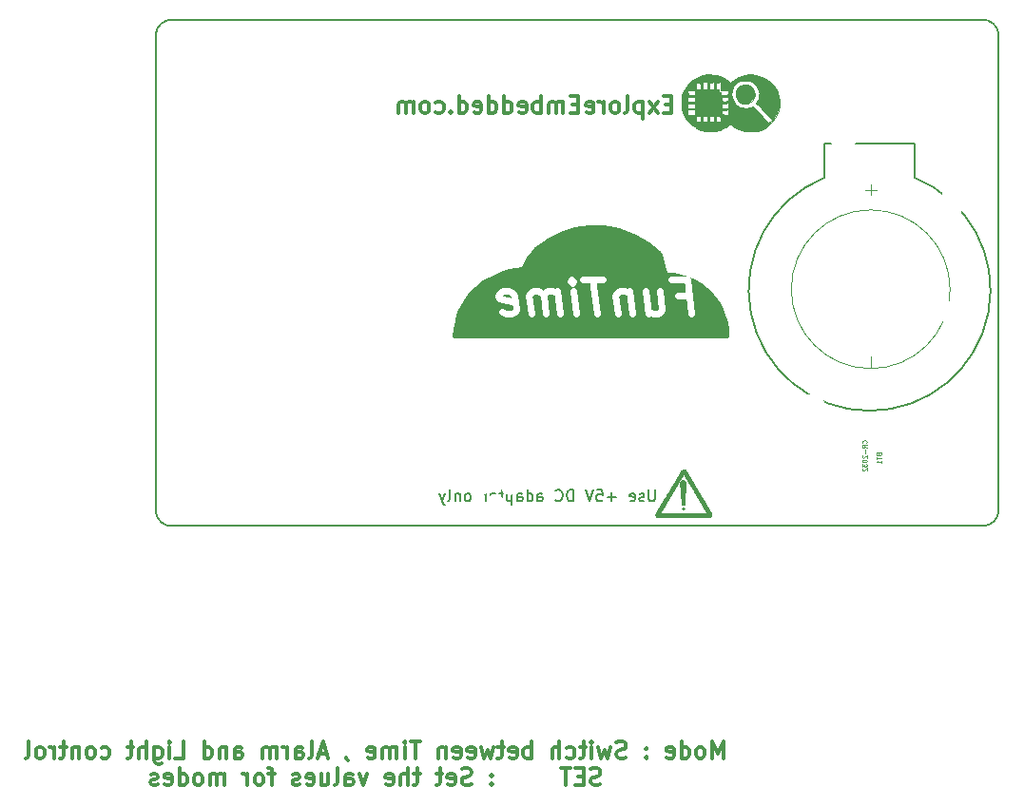
<source format=gbr>
G04 #@! TF.FileFunction,Legend,Bot*
%FSLAX46Y46*%
G04 Gerber Fmt 4.6, Leading zero omitted, Abs format (unit mm)*
G04 Created by KiCad (PCBNEW 4.0.1-stable) date 14-Oct-16 2:24:10 PM*
%MOMM*%
G01*
G04 APERTURE LIST*
%ADD10C,0.100000*%
%ADD11C,0.300000*%
%ADD12C,0.200000*%
%ADD13C,0.150000*%
%ADD14C,0.203200*%
%ADD15C,0.101600*%
%ADD16C,0.002540*%
%ADD17C,0.088900*%
%ADD18C,0.254000*%
%ADD19C,0.600000*%
%ADD20R,2.432000X2.432000*%
%ADD21C,2.400000*%
%ADD22R,1.700000X1.700000*%
%ADD23C,1.700000*%
%ADD24R,2.432000X2.127200*%
%ADD25O,2.432000X2.127200*%
%ADD26C,2.398980*%
%ADD27C,2.348180*%
%ADD28C,5.200600*%
%ADD29R,5.200600X5.200600*%
%ADD30R,2.398980X2.398980*%
%ADD31R,2.400000X2.400000*%
%ADD32O,2.000000X2.000000*%
%ADD33C,1.400760*%
%ADD34O,2.099260X3.900120*%
%ADD35R,2.000000X2.000000*%
%ADD36C,2.000000*%
%ADD37C,2.100000*%
%ADD38C,3.600000*%
G04 APERTURE END LIST*
D10*
D11*
X222988285Y-95744571D02*
X222988285Y-94244571D01*
X222488285Y-95316000D01*
X221988285Y-94244571D01*
X221988285Y-95744571D01*
X221059713Y-95744571D02*
X221202571Y-95673143D01*
X221273999Y-95601714D01*
X221345428Y-95458857D01*
X221345428Y-95030286D01*
X221273999Y-94887429D01*
X221202571Y-94816000D01*
X221059713Y-94744571D01*
X220845428Y-94744571D01*
X220702571Y-94816000D01*
X220631142Y-94887429D01*
X220559713Y-95030286D01*
X220559713Y-95458857D01*
X220631142Y-95601714D01*
X220702571Y-95673143D01*
X220845428Y-95744571D01*
X221059713Y-95744571D01*
X219273999Y-95744571D02*
X219273999Y-94244571D01*
X219273999Y-95673143D02*
X219416856Y-95744571D01*
X219702570Y-95744571D01*
X219845428Y-95673143D01*
X219916856Y-95601714D01*
X219988285Y-95458857D01*
X219988285Y-95030286D01*
X219916856Y-94887429D01*
X219845428Y-94816000D01*
X219702570Y-94744571D01*
X219416856Y-94744571D01*
X219273999Y-94816000D01*
X217988285Y-95673143D02*
X218131142Y-95744571D01*
X218416856Y-95744571D01*
X218559713Y-95673143D01*
X218631142Y-95530286D01*
X218631142Y-94958857D01*
X218559713Y-94816000D01*
X218416856Y-94744571D01*
X218131142Y-94744571D01*
X217988285Y-94816000D01*
X217916856Y-94958857D01*
X217916856Y-95101714D01*
X218631142Y-95244571D01*
X216131142Y-95601714D02*
X216059714Y-95673143D01*
X216131142Y-95744571D01*
X216202571Y-95673143D01*
X216131142Y-95601714D01*
X216131142Y-95744571D01*
X216131142Y-94816000D02*
X216059714Y-94887429D01*
X216131142Y-94958857D01*
X216202571Y-94887429D01*
X216131142Y-94816000D01*
X216131142Y-94958857D01*
X214345428Y-95673143D02*
X214131142Y-95744571D01*
X213773999Y-95744571D01*
X213631142Y-95673143D01*
X213559713Y-95601714D01*
X213488285Y-95458857D01*
X213488285Y-95316000D01*
X213559713Y-95173143D01*
X213631142Y-95101714D01*
X213773999Y-95030286D01*
X214059713Y-94958857D01*
X214202571Y-94887429D01*
X214273999Y-94816000D01*
X214345428Y-94673143D01*
X214345428Y-94530286D01*
X214273999Y-94387429D01*
X214202571Y-94316000D01*
X214059713Y-94244571D01*
X213702571Y-94244571D01*
X213488285Y-94316000D01*
X212988285Y-94744571D02*
X212702571Y-95744571D01*
X212416857Y-95030286D01*
X212131142Y-95744571D01*
X211845428Y-94744571D01*
X211273999Y-95744571D02*
X211273999Y-94744571D01*
X211273999Y-94244571D02*
X211345428Y-94316000D01*
X211273999Y-94387429D01*
X211202571Y-94316000D01*
X211273999Y-94244571D01*
X211273999Y-94387429D01*
X210773999Y-94744571D02*
X210202570Y-94744571D01*
X210559713Y-94244571D02*
X210559713Y-95530286D01*
X210488285Y-95673143D01*
X210345427Y-95744571D01*
X210202570Y-95744571D01*
X209059713Y-95673143D02*
X209202570Y-95744571D01*
X209488284Y-95744571D01*
X209631142Y-95673143D01*
X209702570Y-95601714D01*
X209773999Y-95458857D01*
X209773999Y-95030286D01*
X209702570Y-94887429D01*
X209631142Y-94816000D01*
X209488284Y-94744571D01*
X209202570Y-94744571D01*
X209059713Y-94816000D01*
X208416856Y-95744571D02*
X208416856Y-94244571D01*
X207773999Y-95744571D02*
X207773999Y-94958857D01*
X207845428Y-94816000D01*
X207988285Y-94744571D01*
X208202570Y-94744571D01*
X208345428Y-94816000D01*
X208416856Y-94887429D01*
X205916856Y-95744571D02*
X205916856Y-94244571D01*
X205916856Y-94816000D02*
X205773999Y-94744571D01*
X205488285Y-94744571D01*
X205345428Y-94816000D01*
X205273999Y-94887429D01*
X205202570Y-95030286D01*
X205202570Y-95458857D01*
X205273999Y-95601714D01*
X205345428Y-95673143D01*
X205488285Y-95744571D01*
X205773999Y-95744571D01*
X205916856Y-95673143D01*
X203988285Y-95673143D02*
X204131142Y-95744571D01*
X204416856Y-95744571D01*
X204559713Y-95673143D01*
X204631142Y-95530286D01*
X204631142Y-94958857D01*
X204559713Y-94816000D01*
X204416856Y-94744571D01*
X204131142Y-94744571D01*
X203988285Y-94816000D01*
X203916856Y-94958857D01*
X203916856Y-95101714D01*
X204631142Y-95244571D01*
X203488285Y-94744571D02*
X202916856Y-94744571D01*
X203273999Y-94244571D02*
X203273999Y-95530286D01*
X203202571Y-95673143D01*
X203059713Y-95744571D01*
X202916856Y-95744571D01*
X202559713Y-94744571D02*
X202273999Y-95744571D01*
X201988285Y-95030286D01*
X201702570Y-95744571D01*
X201416856Y-94744571D01*
X200273999Y-95673143D02*
X200416856Y-95744571D01*
X200702570Y-95744571D01*
X200845427Y-95673143D01*
X200916856Y-95530286D01*
X200916856Y-94958857D01*
X200845427Y-94816000D01*
X200702570Y-94744571D01*
X200416856Y-94744571D01*
X200273999Y-94816000D01*
X200202570Y-94958857D01*
X200202570Y-95101714D01*
X200916856Y-95244571D01*
X198988285Y-95673143D02*
X199131142Y-95744571D01*
X199416856Y-95744571D01*
X199559713Y-95673143D01*
X199631142Y-95530286D01*
X199631142Y-94958857D01*
X199559713Y-94816000D01*
X199416856Y-94744571D01*
X199131142Y-94744571D01*
X198988285Y-94816000D01*
X198916856Y-94958857D01*
X198916856Y-95101714D01*
X199631142Y-95244571D01*
X198273999Y-94744571D02*
X198273999Y-95744571D01*
X198273999Y-94887429D02*
X198202571Y-94816000D01*
X198059713Y-94744571D01*
X197845428Y-94744571D01*
X197702571Y-94816000D01*
X197631142Y-94958857D01*
X197631142Y-95744571D01*
X195988285Y-94244571D02*
X195131142Y-94244571D01*
X195559713Y-95744571D02*
X195559713Y-94244571D01*
X194631142Y-95744571D02*
X194631142Y-94744571D01*
X194631142Y-94244571D02*
X194702571Y-94316000D01*
X194631142Y-94387429D01*
X194559714Y-94316000D01*
X194631142Y-94244571D01*
X194631142Y-94387429D01*
X193916856Y-95744571D02*
X193916856Y-94744571D01*
X193916856Y-94887429D02*
X193845428Y-94816000D01*
X193702570Y-94744571D01*
X193488285Y-94744571D01*
X193345428Y-94816000D01*
X193273999Y-94958857D01*
X193273999Y-95744571D01*
X193273999Y-94958857D02*
X193202570Y-94816000D01*
X193059713Y-94744571D01*
X192845428Y-94744571D01*
X192702570Y-94816000D01*
X192631142Y-94958857D01*
X192631142Y-95744571D01*
X191345428Y-95673143D02*
X191488285Y-95744571D01*
X191773999Y-95744571D01*
X191916856Y-95673143D01*
X191988285Y-95530286D01*
X191988285Y-94958857D01*
X191916856Y-94816000D01*
X191773999Y-94744571D01*
X191488285Y-94744571D01*
X191345428Y-94816000D01*
X191273999Y-94958857D01*
X191273999Y-95101714D01*
X191988285Y-95244571D01*
X189416857Y-95673143D02*
X189416857Y-95744571D01*
X189488285Y-95887429D01*
X189559714Y-95958857D01*
X187702571Y-95316000D02*
X186988285Y-95316000D01*
X187845428Y-95744571D02*
X187345428Y-94244571D01*
X186845428Y-95744571D01*
X186131142Y-95744571D02*
X186274000Y-95673143D01*
X186345428Y-95530286D01*
X186345428Y-94244571D01*
X184916857Y-95744571D02*
X184916857Y-94958857D01*
X184988286Y-94816000D01*
X185131143Y-94744571D01*
X185416857Y-94744571D01*
X185559714Y-94816000D01*
X184916857Y-95673143D02*
X185059714Y-95744571D01*
X185416857Y-95744571D01*
X185559714Y-95673143D01*
X185631143Y-95530286D01*
X185631143Y-95387429D01*
X185559714Y-95244571D01*
X185416857Y-95173143D01*
X185059714Y-95173143D01*
X184916857Y-95101714D01*
X184202571Y-95744571D02*
X184202571Y-94744571D01*
X184202571Y-95030286D02*
X184131143Y-94887429D01*
X184059714Y-94816000D01*
X183916857Y-94744571D01*
X183774000Y-94744571D01*
X183274000Y-95744571D02*
X183274000Y-94744571D01*
X183274000Y-94887429D02*
X183202572Y-94816000D01*
X183059714Y-94744571D01*
X182845429Y-94744571D01*
X182702572Y-94816000D01*
X182631143Y-94958857D01*
X182631143Y-95744571D01*
X182631143Y-94958857D02*
X182559714Y-94816000D01*
X182416857Y-94744571D01*
X182202572Y-94744571D01*
X182059714Y-94816000D01*
X181988286Y-94958857D01*
X181988286Y-95744571D01*
X179488286Y-95744571D02*
X179488286Y-94958857D01*
X179559715Y-94816000D01*
X179702572Y-94744571D01*
X179988286Y-94744571D01*
X180131143Y-94816000D01*
X179488286Y-95673143D02*
X179631143Y-95744571D01*
X179988286Y-95744571D01*
X180131143Y-95673143D01*
X180202572Y-95530286D01*
X180202572Y-95387429D01*
X180131143Y-95244571D01*
X179988286Y-95173143D01*
X179631143Y-95173143D01*
X179488286Y-95101714D01*
X178774000Y-94744571D02*
X178774000Y-95744571D01*
X178774000Y-94887429D02*
X178702572Y-94816000D01*
X178559714Y-94744571D01*
X178345429Y-94744571D01*
X178202572Y-94816000D01*
X178131143Y-94958857D01*
X178131143Y-95744571D01*
X176774000Y-95744571D02*
X176774000Y-94244571D01*
X176774000Y-95673143D02*
X176916857Y-95744571D01*
X177202571Y-95744571D01*
X177345429Y-95673143D01*
X177416857Y-95601714D01*
X177488286Y-95458857D01*
X177488286Y-95030286D01*
X177416857Y-94887429D01*
X177345429Y-94816000D01*
X177202571Y-94744571D01*
X176916857Y-94744571D01*
X176774000Y-94816000D01*
X174202571Y-95744571D02*
X174916857Y-95744571D01*
X174916857Y-94244571D01*
X173702571Y-95744571D02*
X173702571Y-94744571D01*
X173702571Y-94244571D02*
X173774000Y-94316000D01*
X173702571Y-94387429D01*
X173631143Y-94316000D01*
X173702571Y-94244571D01*
X173702571Y-94387429D01*
X172345428Y-94744571D02*
X172345428Y-95958857D01*
X172416857Y-96101714D01*
X172488285Y-96173143D01*
X172631142Y-96244571D01*
X172845428Y-96244571D01*
X172988285Y-96173143D01*
X172345428Y-95673143D02*
X172488285Y-95744571D01*
X172773999Y-95744571D01*
X172916857Y-95673143D01*
X172988285Y-95601714D01*
X173059714Y-95458857D01*
X173059714Y-95030286D01*
X172988285Y-94887429D01*
X172916857Y-94816000D01*
X172773999Y-94744571D01*
X172488285Y-94744571D01*
X172345428Y-94816000D01*
X171631142Y-95744571D02*
X171631142Y-94244571D01*
X170988285Y-95744571D02*
X170988285Y-94958857D01*
X171059714Y-94816000D01*
X171202571Y-94744571D01*
X171416856Y-94744571D01*
X171559714Y-94816000D01*
X171631142Y-94887429D01*
X170488285Y-94744571D02*
X169916856Y-94744571D01*
X170273999Y-94244571D02*
X170273999Y-95530286D01*
X170202571Y-95673143D01*
X170059713Y-95744571D01*
X169916856Y-95744571D01*
X167631142Y-95673143D02*
X167773999Y-95744571D01*
X168059713Y-95744571D01*
X168202571Y-95673143D01*
X168273999Y-95601714D01*
X168345428Y-95458857D01*
X168345428Y-95030286D01*
X168273999Y-94887429D01*
X168202571Y-94816000D01*
X168059713Y-94744571D01*
X167773999Y-94744571D01*
X167631142Y-94816000D01*
X166773999Y-95744571D02*
X166916857Y-95673143D01*
X166988285Y-95601714D01*
X167059714Y-95458857D01*
X167059714Y-95030286D01*
X166988285Y-94887429D01*
X166916857Y-94816000D01*
X166773999Y-94744571D01*
X166559714Y-94744571D01*
X166416857Y-94816000D01*
X166345428Y-94887429D01*
X166273999Y-95030286D01*
X166273999Y-95458857D01*
X166345428Y-95601714D01*
X166416857Y-95673143D01*
X166559714Y-95744571D01*
X166773999Y-95744571D01*
X165631142Y-94744571D02*
X165631142Y-95744571D01*
X165631142Y-94887429D02*
X165559714Y-94816000D01*
X165416856Y-94744571D01*
X165202571Y-94744571D01*
X165059714Y-94816000D01*
X164988285Y-94958857D01*
X164988285Y-95744571D01*
X164488285Y-94744571D02*
X163916856Y-94744571D01*
X164273999Y-94244571D02*
X164273999Y-95530286D01*
X164202571Y-95673143D01*
X164059713Y-95744571D01*
X163916856Y-95744571D01*
X163416856Y-95744571D02*
X163416856Y-94744571D01*
X163416856Y-95030286D02*
X163345428Y-94887429D01*
X163273999Y-94816000D01*
X163131142Y-94744571D01*
X162988285Y-94744571D01*
X162273999Y-95744571D02*
X162416857Y-95673143D01*
X162488285Y-95601714D01*
X162559714Y-95458857D01*
X162559714Y-95030286D01*
X162488285Y-94887429D01*
X162416857Y-94816000D01*
X162273999Y-94744571D01*
X162059714Y-94744571D01*
X161916857Y-94816000D01*
X161845428Y-94887429D01*
X161773999Y-95030286D01*
X161773999Y-95458857D01*
X161845428Y-95601714D01*
X161916857Y-95673143D01*
X162059714Y-95744571D01*
X162273999Y-95744571D01*
X160916856Y-95744571D02*
X161059714Y-95673143D01*
X161131142Y-95530286D01*
X161131142Y-94244571D01*
X212059713Y-98073143D02*
X211845427Y-98144571D01*
X211488284Y-98144571D01*
X211345427Y-98073143D01*
X211273998Y-98001714D01*
X211202570Y-97858857D01*
X211202570Y-97716000D01*
X211273998Y-97573143D01*
X211345427Y-97501714D01*
X211488284Y-97430286D01*
X211773998Y-97358857D01*
X211916856Y-97287429D01*
X211988284Y-97216000D01*
X212059713Y-97073143D01*
X212059713Y-96930286D01*
X211988284Y-96787429D01*
X211916856Y-96716000D01*
X211773998Y-96644571D01*
X211416856Y-96644571D01*
X211202570Y-96716000D01*
X210559713Y-97358857D02*
X210059713Y-97358857D01*
X209845427Y-98144571D02*
X210559713Y-98144571D01*
X210559713Y-96644571D01*
X209845427Y-96644571D01*
X209416856Y-96644571D02*
X208559713Y-96644571D01*
X208988284Y-98144571D02*
X208988284Y-96644571D01*
X202345428Y-98001714D02*
X202274000Y-98073143D01*
X202345428Y-98144571D01*
X202416857Y-98073143D01*
X202345428Y-98001714D01*
X202345428Y-98144571D01*
X202345428Y-97216000D02*
X202274000Y-97287429D01*
X202345428Y-97358857D01*
X202416857Y-97287429D01*
X202345428Y-97216000D01*
X202345428Y-97358857D01*
X200559714Y-98073143D02*
X200345428Y-98144571D01*
X199988285Y-98144571D01*
X199845428Y-98073143D01*
X199773999Y-98001714D01*
X199702571Y-97858857D01*
X199702571Y-97716000D01*
X199773999Y-97573143D01*
X199845428Y-97501714D01*
X199988285Y-97430286D01*
X200273999Y-97358857D01*
X200416857Y-97287429D01*
X200488285Y-97216000D01*
X200559714Y-97073143D01*
X200559714Y-96930286D01*
X200488285Y-96787429D01*
X200416857Y-96716000D01*
X200273999Y-96644571D01*
X199916857Y-96644571D01*
X199702571Y-96716000D01*
X198488286Y-98073143D02*
X198631143Y-98144571D01*
X198916857Y-98144571D01*
X199059714Y-98073143D01*
X199131143Y-97930286D01*
X199131143Y-97358857D01*
X199059714Y-97216000D01*
X198916857Y-97144571D01*
X198631143Y-97144571D01*
X198488286Y-97216000D01*
X198416857Y-97358857D01*
X198416857Y-97501714D01*
X199131143Y-97644571D01*
X197988286Y-97144571D02*
X197416857Y-97144571D01*
X197774000Y-96644571D02*
X197774000Y-97930286D01*
X197702572Y-98073143D01*
X197559714Y-98144571D01*
X197416857Y-98144571D01*
X195988286Y-97144571D02*
X195416857Y-97144571D01*
X195774000Y-96644571D02*
X195774000Y-97930286D01*
X195702572Y-98073143D01*
X195559714Y-98144571D01*
X195416857Y-98144571D01*
X194916857Y-98144571D02*
X194916857Y-96644571D01*
X194274000Y-98144571D02*
X194274000Y-97358857D01*
X194345429Y-97216000D01*
X194488286Y-97144571D01*
X194702571Y-97144571D01*
X194845429Y-97216000D01*
X194916857Y-97287429D01*
X192988286Y-98073143D02*
X193131143Y-98144571D01*
X193416857Y-98144571D01*
X193559714Y-98073143D01*
X193631143Y-97930286D01*
X193631143Y-97358857D01*
X193559714Y-97216000D01*
X193416857Y-97144571D01*
X193131143Y-97144571D01*
X192988286Y-97216000D01*
X192916857Y-97358857D01*
X192916857Y-97501714D01*
X193631143Y-97644571D01*
X191274000Y-97144571D02*
X190916857Y-98144571D01*
X190559715Y-97144571D01*
X189345429Y-98144571D02*
X189345429Y-97358857D01*
X189416858Y-97216000D01*
X189559715Y-97144571D01*
X189845429Y-97144571D01*
X189988286Y-97216000D01*
X189345429Y-98073143D02*
X189488286Y-98144571D01*
X189845429Y-98144571D01*
X189988286Y-98073143D01*
X190059715Y-97930286D01*
X190059715Y-97787429D01*
X189988286Y-97644571D01*
X189845429Y-97573143D01*
X189488286Y-97573143D01*
X189345429Y-97501714D01*
X188416857Y-98144571D02*
X188559715Y-98073143D01*
X188631143Y-97930286D01*
X188631143Y-96644571D01*
X187202572Y-97144571D02*
X187202572Y-98144571D01*
X187845429Y-97144571D02*
X187845429Y-97930286D01*
X187774001Y-98073143D01*
X187631143Y-98144571D01*
X187416858Y-98144571D01*
X187274001Y-98073143D01*
X187202572Y-98001714D01*
X185916858Y-98073143D02*
X186059715Y-98144571D01*
X186345429Y-98144571D01*
X186488286Y-98073143D01*
X186559715Y-97930286D01*
X186559715Y-97358857D01*
X186488286Y-97216000D01*
X186345429Y-97144571D01*
X186059715Y-97144571D01*
X185916858Y-97216000D01*
X185845429Y-97358857D01*
X185845429Y-97501714D01*
X186559715Y-97644571D01*
X185274001Y-98073143D02*
X185131144Y-98144571D01*
X184845429Y-98144571D01*
X184702572Y-98073143D01*
X184631144Y-97930286D01*
X184631144Y-97858857D01*
X184702572Y-97716000D01*
X184845429Y-97644571D01*
X185059715Y-97644571D01*
X185202572Y-97573143D01*
X185274001Y-97430286D01*
X185274001Y-97358857D01*
X185202572Y-97216000D01*
X185059715Y-97144571D01*
X184845429Y-97144571D01*
X184702572Y-97216000D01*
X183059715Y-97144571D02*
X182488286Y-97144571D01*
X182845429Y-98144571D02*
X182845429Y-96858857D01*
X182774001Y-96716000D01*
X182631143Y-96644571D01*
X182488286Y-96644571D01*
X181774000Y-98144571D02*
X181916858Y-98073143D01*
X181988286Y-98001714D01*
X182059715Y-97858857D01*
X182059715Y-97430286D01*
X181988286Y-97287429D01*
X181916858Y-97216000D01*
X181774000Y-97144571D01*
X181559715Y-97144571D01*
X181416858Y-97216000D01*
X181345429Y-97287429D01*
X181274000Y-97430286D01*
X181274000Y-97858857D01*
X181345429Y-98001714D01*
X181416858Y-98073143D01*
X181559715Y-98144571D01*
X181774000Y-98144571D01*
X180631143Y-98144571D02*
X180631143Y-97144571D01*
X180631143Y-97430286D02*
X180559715Y-97287429D01*
X180488286Y-97216000D01*
X180345429Y-97144571D01*
X180202572Y-97144571D01*
X178559715Y-98144571D02*
X178559715Y-97144571D01*
X178559715Y-97287429D02*
X178488287Y-97216000D01*
X178345429Y-97144571D01*
X178131144Y-97144571D01*
X177988287Y-97216000D01*
X177916858Y-97358857D01*
X177916858Y-98144571D01*
X177916858Y-97358857D02*
X177845429Y-97216000D01*
X177702572Y-97144571D01*
X177488287Y-97144571D01*
X177345429Y-97216000D01*
X177274001Y-97358857D01*
X177274001Y-98144571D01*
X176345429Y-98144571D02*
X176488287Y-98073143D01*
X176559715Y-98001714D01*
X176631144Y-97858857D01*
X176631144Y-97430286D01*
X176559715Y-97287429D01*
X176488287Y-97216000D01*
X176345429Y-97144571D01*
X176131144Y-97144571D01*
X175988287Y-97216000D01*
X175916858Y-97287429D01*
X175845429Y-97430286D01*
X175845429Y-97858857D01*
X175916858Y-98001714D01*
X175988287Y-98073143D01*
X176131144Y-98144571D01*
X176345429Y-98144571D01*
X174559715Y-98144571D02*
X174559715Y-96644571D01*
X174559715Y-98073143D02*
X174702572Y-98144571D01*
X174988286Y-98144571D01*
X175131144Y-98073143D01*
X175202572Y-98001714D01*
X175274001Y-97858857D01*
X175274001Y-97430286D01*
X175202572Y-97287429D01*
X175131144Y-97216000D01*
X174988286Y-97144571D01*
X174702572Y-97144571D01*
X174559715Y-97216000D01*
X173274001Y-98073143D02*
X173416858Y-98144571D01*
X173702572Y-98144571D01*
X173845429Y-98073143D01*
X173916858Y-97930286D01*
X173916858Y-97358857D01*
X173845429Y-97216000D01*
X173702572Y-97144571D01*
X173416858Y-97144571D01*
X173274001Y-97216000D01*
X173202572Y-97358857D01*
X173202572Y-97501714D01*
X173916858Y-97644571D01*
X172631144Y-98073143D02*
X172488287Y-98144571D01*
X172202572Y-98144571D01*
X172059715Y-98073143D01*
X171988287Y-97930286D01*
X171988287Y-97858857D01*
X172059715Y-97716000D01*
X172202572Y-97644571D01*
X172416858Y-97644571D01*
X172559715Y-97573143D01*
X172631144Y-97430286D01*
X172631144Y-97358857D01*
X172559715Y-97216000D01*
X172416858Y-97144571D01*
X172202572Y-97144571D01*
X172059715Y-97216000D01*
D12*
X216933140Y-71842381D02*
X216933140Y-72651905D01*
X216885521Y-72747143D01*
X216837902Y-72794762D01*
X216742664Y-72842381D01*
X216552187Y-72842381D01*
X216456949Y-72794762D01*
X216409330Y-72747143D01*
X216361711Y-72651905D01*
X216361711Y-71842381D01*
X215933140Y-72794762D02*
X215837902Y-72842381D01*
X215647426Y-72842381D01*
X215552187Y-72794762D01*
X215504568Y-72699524D01*
X215504568Y-72651905D01*
X215552187Y-72556667D01*
X215647426Y-72509048D01*
X215790283Y-72509048D01*
X215885521Y-72461429D01*
X215933140Y-72366190D01*
X215933140Y-72318571D01*
X215885521Y-72223333D01*
X215790283Y-72175714D01*
X215647426Y-72175714D01*
X215552187Y-72223333D01*
X214695044Y-72794762D02*
X214790282Y-72842381D01*
X214980759Y-72842381D01*
X215075997Y-72794762D01*
X215123616Y-72699524D01*
X215123616Y-72318571D01*
X215075997Y-72223333D01*
X214980759Y-72175714D01*
X214790282Y-72175714D01*
X214695044Y-72223333D01*
X214647425Y-72318571D01*
X214647425Y-72413810D01*
X215123616Y-72509048D01*
X213456949Y-72461429D02*
X212695044Y-72461429D01*
X213075996Y-72842381D02*
X213075996Y-72080476D01*
X211742663Y-71842381D02*
X212218854Y-71842381D01*
X212266473Y-72318571D01*
X212218854Y-72270952D01*
X212123616Y-72223333D01*
X211885520Y-72223333D01*
X211790282Y-72270952D01*
X211742663Y-72318571D01*
X211695044Y-72413810D01*
X211695044Y-72651905D01*
X211742663Y-72747143D01*
X211790282Y-72794762D01*
X211885520Y-72842381D01*
X212123616Y-72842381D01*
X212218854Y-72794762D01*
X212266473Y-72747143D01*
X211409330Y-71842381D02*
X211075997Y-72842381D01*
X210742663Y-71842381D01*
X209647425Y-72842381D02*
X209647425Y-71842381D01*
X209409330Y-71842381D01*
X209266472Y-71890000D01*
X209171234Y-71985238D01*
X209123615Y-72080476D01*
X209075996Y-72270952D01*
X209075996Y-72413810D01*
X209123615Y-72604286D01*
X209171234Y-72699524D01*
X209266472Y-72794762D01*
X209409330Y-72842381D01*
X209647425Y-72842381D01*
X208075996Y-72747143D02*
X208123615Y-72794762D01*
X208266472Y-72842381D01*
X208361710Y-72842381D01*
X208504568Y-72794762D01*
X208599806Y-72699524D01*
X208647425Y-72604286D01*
X208695044Y-72413810D01*
X208695044Y-72270952D01*
X208647425Y-72080476D01*
X208599806Y-71985238D01*
X208504568Y-71890000D01*
X208361710Y-71842381D01*
X208266472Y-71842381D01*
X208123615Y-71890000D01*
X208075996Y-71937619D01*
X206456948Y-72842381D02*
X206456948Y-72318571D01*
X206504567Y-72223333D01*
X206599805Y-72175714D01*
X206790282Y-72175714D01*
X206885520Y-72223333D01*
X206456948Y-72794762D02*
X206552186Y-72842381D01*
X206790282Y-72842381D01*
X206885520Y-72794762D01*
X206933139Y-72699524D01*
X206933139Y-72604286D01*
X206885520Y-72509048D01*
X206790282Y-72461429D01*
X206552186Y-72461429D01*
X206456948Y-72413810D01*
X205552186Y-72842381D02*
X205552186Y-71842381D01*
X205552186Y-72794762D02*
X205647424Y-72842381D01*
X205837901Y-72842381D01*
X205933139Y-72794762D01*
X205980758Y-72747143D01*
X206028377Y-72651905D01*
X206028377Y-72366190D01*
X205980758Y-72270952D01*
X205933139Y-72223333D01*
X205837901Y-72175714D01*
X205647424Y-72175714D01*
X205552186Y-72223333D01*
X204647424Y-72842381D02*
X204647424Y-72318571D01*
X204695043Y-72223333D01*
X204790281Y-72175714D01*
X204980758Y-72175714D01*
X205075996Y-72223333D01*
X204647424Y-72794762D02*
X204742662Y-72842381D01*
X204980758Y-72842381D01*
X205075996Y-72794762D01*
X205123615Y-72699524D01*
X205123615Y-72604286D01*
X205075996Y-72509048D01*
X204980758Y-72461429D01*
X204742662Y-72461429D01*
X204647424Y-72413810D01*
X204171234Y-72175714D02*
X204171234Y-73175714D01*
X204171234Y-72223333D02*
X204075996Y-72175714D01*
X203885519Y-72175714D01*
X203790281Y-72223333D01*
X203742662Y-72270952D01*
X203695043Y-72366190D01*
X203695043Y-72651905D01*
X203742662Y-72747143D01*
X203790281Y-72794762D01*
X203885519Y-72842381D01*
X204075996Y-72842381D01*
X204171234Y-72794762D01*
X203409329Y-72175714D02*
X203028377Y-72175714D01*
X203266472Y-71842381D02*
X203266472Y-72699524D01*
X203218853Y-72794762D01*
X203123615Y-72842381D01*
X203028377Y-72842381D01*
X202314090Y-72794762D02*
X202409328Y-72842381D01*
X202599805Y-72842381D01*
X202695043Y-72794762D01*
X202742662Y-72699524D01*
X202742662Y-72318571D01*
X202695043Y-72223333D01*
X202599805Y-72175714D01*
X202409328Y-72175714D01*
X202314090Y-72223333D01*
X202266471Y-72318571D01*
X202266471Y-72413810D01*
X202742662Y-72509048D01*
X201837900Y-72842381D02*
X201837900Y-72175714D01*
X201837900Y-72366190D02*
X201790281Y-72270952D01*
X201742662Y-72223333D01*
X201647424Y-72175714D01*
X201552185Y-72175714D01*
X200314090Y-72842381D02*
X200409328Y-72794762D01*
X200456947Y-72747143D01*
X200504566Y-72651905D01*
X200504566Y-72366190D01*
X200456947Y-72270952D01*
X200409328Y-72223333D01*
X200314090Y-72175714D01*
X200171232Y-72175714D01*
X200075994Y-72223333D01*
X200028375Y-72270952D01*
X199980756Y-72366190D01*
X199980756Y-72651905D01*
X200028375Y-72747143D01*
X200075994Y-72794762D01*
X200171232Y-72842381D01*
X200314090Y-72842381D01*
X199552185Y-72175714D02*
X199552185Y-72842381D01*
X199552185Y-72270952D02*
X199504566Y-72223333D01*
X199409328Y-72175714D01*
X199266470Y-72175714D01*
X199171232Y-72223333D01*
X199123613Y-72318571D01*
X199123613Y-72842381D01*
X198504566Y-72842381D02*
X198599804Y-72794762D01*
X198647423Y-72699524D01*
X198647423Y-71842381D01*
X198218851Y-72175714D02*
X197980756Y-72842381D01*
X197742660Y-72175714D02*
X197980756Y-72842381D01*
X198075994Y-73080476D01*
X198123613Y-73128095D01*
X198218851Y-73175714D01*
D13*
X172466000Y-73787000D02*
X172466000Y-31242000D01*
X246126000Y-75057000D02*
X173990000Y-75057000D01*
X247523000Y-31242000D02*
X247523000Y-73660000D01*
X173990000Y-29972000D02*
X245999000Y-29972000D01*
X173990000Y-29972000D02*
G75*
G03X172466000Y-31242000I-127000J-1397000D01*
G01*
X247523000Y-31242000D02*
G75*
G03X245999000Y-29972000I-1397000J-127000D01*
G01*
X246126000Y-75057000D02*
G75*
G03X247523000Y-73660000I0J1397000D01*
G01*
X172466000Y-73787000D02*
G75*
G03X173990000Y-75057000I1397000J127000D01*
G01*
D11*
X218390857Y-37484857D02*
X217890857Y-37484857D01*
X217676571Y-38270571D02*
X218390857Y-38270571D01*
X218390857Y-36770571D01*
X217676571Y-36770571D01*
X217176571Y-38270571D02*
X216390857Y-37270571D01*
X217176571Y-37270571D02*
X216390857Y-38270571D01*
X215819428Y-37270571D02*
X215819428Y-38770571D01*
X215819428Y-37342000D02*
X215676571Y-37270571D01*
X215390857Y-37270571D01*
X215248000Y-37342000D01*
X215176571Y-37413429D01*
X215105142Y-37556286D01*
X215105142Y-37984857D01*
X215176571Y-38127714D01*
X215248000Y-38199143D01*
X215390857Y-38270571D01*
X215676571Y-38270571D01*
X215819428Y-38199143D01*
X214247999Y-38270571D02*
X214390857Y-38199143D01*
X214462285Y-38056286D01*
X214462285Y-36770571D01*
X213462285Y-38270571D02*
X213605143Y-38199143D01*
X213676571Y-38127714D01*
X213748000Y-37984857D01*
X213748000Y-37556286D01*
X213676571Y-37413429D01*
X213605143Y-37342000D01*
X213462285Y-37270571D01*
X213248000Y-37270571D01*
X213105143Y-37342000D01*
X213033714Y-37413429D01*
X212962285Y-37556286D01*
X212962285Y-37984857D01*
X213033714Y-38127714D01*
X213105143Y-38199143D01*
X213248000Y-38270571D01*
X213462285Y-38270571D01*
X212319428Y-38270571D02*
X212319428Y-37270571D01*
X212319428Y-37556286D02*
X212248000Y-37413429D01*
X212176571Y-37342000D01*
X212033714Y-37270571D01*
X211890857Y-37270571D01*
X210819429Y-38199143D02*
X210962286Y-38270571D01*
X211248000Y-38270571D01*
X211390857Y-38199143D01*
X211462286Y-38056286D01*
X211462286Y-37484857D01*
X211390857Y-37342000D01*
X211248000Y-37270571D01*
X210962286Y-37270571D01*
X210819429Y-37342000D01*
X210748000Y-37484857D01*
X210748000Y-37627714D01*
X211462286Y-37770571D01*
X210105143Y-37484857D02*
X209605143Y-37484857D01*
X209390857Y-38270571D02*
X210105143Y-38270571D01*
X210105143Y-36770571D01*
X209390857Y-36770571D01*
X208748000Y-38270571D02*
X208748000Y-37270571D01*
X208748000Y-37413429D02*
X208676572Y-37342000D01*
X208533714Y-37270571D01*
X208319429Y-37270571D01*
X208176572Y-37342000D01*
X208105143Y-37484857D01*
X208105143Y-38270571D01*
X208105143Y-37484857D02*
X208033714Y-37342000D01*
X207890857Y-37270571D01*
X207676572Y-37270571D01*
X207533714Y-37342000D01*
X207462286Y-37484857D01*
X207462286Y-38270571D01*
X206748000Y-38270571D02*
X206748000Y-36770571D01*
X206748000Y-37342000D02*
X206605143Y-37270571D01*
X206319429Y-37270571D01*
X206176572Y-37342000D01*
X206105143Y-37413429D01*
X206033714Y-37556286D01*
X206033714Y-37984857D01*
X206105143Y-38127714D01*
X206176572Y-38199143D01*
X206319429Y-38270571D01*
X206605143Y-38270571D01*
X206748000Y-38199143D01*
X204819429Y-38199143D02*
X204962286Y-38270571D01*
X205248000Y-38270571D01*
X205390857Y-38199143D01*
X205462286Y-38056286D01*
X205462286Y-37484857D01*
X205390857Y-37342000D01*
X205248000Y-37270571D01*
X204962286Y-37270571D01*
X204819429Y-37342000D01*
X204748000Y-37484857D01*
X204748000Y-37627714D01*
X205462286Y-37770571D01*
X203462286Y-38270571D02*
X203462286Y-36770571D01*
X203462286Y-38199143D02*
X203605143Y-38270571D01*
X203890857Y-38270571D01*
X204033715Y-38199143D01*
X204105143Y-38127714D01*
X204176572Y-37984857D01*
X204176572Y-37556286D01*
X204105143Y-37413429D01*
X204033715Y-37342000D01*
X203890857Y-37270571D01*
X203605143Y-37270571D01*
X203462286Y-37342000D01*
X202105143Y-38270571D02*
X202105143Y-36770571D01*
X202105143Y-38199143D02*
X202248000Y-38270571D01*
X202533714Y-38270571D01*
X202676572Y-38199143D01*
X202748000Y-38127714D01*
X202819429Y-37984857D01*
X202819429Y-37556286D01*
X202748000Y-37413429D01*
X202676572Y-37342000D01*
X202533714Y-37270571D01*
X202248000Y-37270571D01*
X202105143Y-37342000D01*
X200819429Y-38199143D02*
X200962286Y-38270571D01*
X201248000Y-38270571D01*
X201390857Y-38199143D01*
X201462286Y-38056286D01*
X201462286Y-37484857D01*
X201390857Y-37342000D01*
X201248000Y-37270571D01*
X200962286Y-37270571D01*
X200819429Y-37342000D01*
X200748000Y-37484857D01*
X200748000Y-37627714D01*
X201462286Y-37770571D01*
X199462286Y-38270571D02*
X199462286Y-36770571D01*
X199462286Y-38199143D02*
X199605143Y-38270571D01*
X199890857Y-38270571D01*
X200033715Y-38199143D01*
X200105143Y-38127714D01*
X200176572Y-37984857D01*
X200176572Y-37556286D01*
X200105143Y-37413429D01*
X200033715Y-37342000D01*
X199890857Y-37270571D01*
X199605143Y-37270571D01*
X199462286Y-37342000D01*
X198748000Y-38127714D02*
X198676572Y-38199143D01*
X198748000Y-38270571D01*
X198819429Y-38199143D01*
X198748000Y-38127714D01*
X198748000Y-38270571D01*
X197390857Y-38199143D02*
X197533714Y-38270571D01*
X197819428Y-38270571D01*
X197962286Y-38199143D01*
X198033714Y-38127714D01*
X198105143Y-37984857D01*
X198105143Y-37556286D01*
X198033714Y-37413429D01*
X197962286Y-37342000D01*
X197819428Y-37270571D01*
X197533714Y-37270571D01*
X197390857Y-37342000D01*
X196533714Y-38270571D02*
X196676572Y-38199143D01*
X196748000Y-38127714D01*
X196819429Y-37984857D01*
X196819429Y-37556286D01*
X196748000Y-37413429D01*
X196676572Y-37342000D01*
X196533714Y-37270571D01*
X196319429Y-37270571D01*
X196176572Y-37342000D01*
X196105143Y-37413429D01*
X196033714Y-37556286D01*
X196033714Y-37984857D01*
X196105143Y-38127714D01*
X196176572Y-38199143D01*
X196319429Y-38270571D01*
X196533714Y-38270571D01*
X195390857Y-38270571D02*
X195390857Y-37270571D01*
X195390857Y-37413429D02*
X195319429Y-37342000D01*
X195176571Y-37270571D01*
X194962286Y-37270571D01*
X194819429Y-37342000D01*
X194748000Y-37484857D01*
X194748000Y-38270571D01*
X194748000Y-37484857D02*
X194676571Y-37342000D01*
X194533714Y-37270571D01*
X194319429Y-37270571D01*
X194176571Y-37342000D01*
X194105143Y-37484857D01*
X194105143Y-38270571D01*
D14*
X240027460Y-44030900D02*
X240027460Y-41031160D01*
X240027460Y-41031160D02*
X232031540Y-41031160D01*
X232031540Y-41031160D02*
X232031540Y-44030900D01*
D15*
X243197818Y-53972460D02*
G75*
G03X243197818Y-53972460I-7069258J0D01*
G01*
D14*
X240047917Y-44039102D02*
G75*
G02X232031540Y-44030900I-4018417J-9991778D01*
G01*
D16*
G36*
X219288360Y-37401500D02*
X219295980Y-37729160D01*
X219311220Y-37962840D01*
X219346780Y-38143180D01*
X219402660Y-38308280D01*
X219445840Y-38402260D01*
X219745560Y-38902640D01*
X219829380Y-38991540D01*
X219829380Y-36240720D01*
X220157040Y-36240720D01*
X220350080Y-36243260D01*
X220444060Y-36268660D01*
X220479620Y-36334700D01*
X220484700Y-36423600D01*
X220466920Y-36586160D01*
X220398340Y-36664900D01*
X220248480Y-36682680D01*
X220131640Y-36677600D01*
X219964000Y-36657280D01*
X219882720Y-36603940D01*
X219854780Y-36487100D01*
X219849700Y-36449000D01*
X219829380Y-36240720D01*
X219829380Y-38991540D01*
X219837000Y-39001700D01*
X219837000Y-38432740D01*
X219837000Y-38209220D01*
X219837000Y-37983160D01*
X219837000Y-37853620D01*
X219837000Y-37627560D01*
X219837000Y-37401500D01*
X219837000Y-37271960D01*
X219837000Y-37048440D01*
X219837000Y-36822380D01*
X220159580Y-36822380D01*
X220484700Y-36822380D01*
X220484700Y-37048440D01*
X220484700Y-37271960D01*
X220159580Y-37271960D01*
X219837000Y-37271960D01*
X219837000Y-37401500D01*
X220159580Y-37401500D01*
X220484700Y-37401500D01*
X220484700Y-37627560D01*
X220484700Y-37853620D01*
X220159580Y-37853620D01*
X219837000Y-37853620D01*
X219837000Y-37983160D01*
X220159580Y-37983160D01*
X220484700Y-37983160D01*
X220484700Y-38209220D01*
X220484700Y-38432740D01*
X220159580Y-38432740D01*
X219837000Y-38432740D01*
X219837000Y-39001700D01*
X220118940Y-39301420D01*
X220548200Y-39588440D01*
X220548200Y-38790880D01*
X220548200Y-36177220D01*
X220548200Y-35849560D01*
X220548200Y-35521900D01*
X220756480Y-35542220D01*
X220883480Y-35562540D01*
X220949520Y-35618420D01*
X220977460Y-35742880D01*
X220987620Y-35869880D01*
X221005400Y-36177220D01*
X220776800Y-36177220D01*
X220548200Y-36177220D01*
X220548200Y-38790880D01*
X220553280Y-38610540D01*
X220586300Y-38526720D01*
X220672660Y-38498780D01*
X220774260Y-38498780D01*
X220913960Y-38503860D01*
X220977460Y-38544500D01*
X220997780Y-38658800D01*
X220997780Y-38790880D01*
X220995240Y-38968680D01*
X220962220Y-39049960D01*
X220875860Y-39077900D01*
X220774260Y-39080440D01*
X220634560Y-39072820D01*
X220568520Y-39032180D01*
X220550740Y-38917880D01*
X220548200Y-38790880D01*
X220548200Y-39588440D01*
X220578680Y-39611300D01*
X220980000Y-39789100D01*
X221127320Y-39832280D01*
X221127320Y-38790880D01*
X221127320Y-36177220D01*
X221127320Y-35854640D01*
X221127320Y-35529520D01*
X221353380Y-35529520D01*
X221579440Y-35529520D01*
X221579440Y-35854640D01*
X221579440Y-36177220D01*
X221353380Y-36177220D01*
X221127320Y-36177220D01*
X221127320Y-38790880D01*
X221134940Y-38610540D01*
X221167960Y-38526720D01*
X221254320Y-38498780D01*
X221353380Y-38498780D01*
X221493080Y-38503860D01*
X221559120Y-38544500D01*
X221579440Y-38658800D01*
X221579440Y-38790880D01*
X221574360Y-38968680D01*
X221541340Y-39049960D01*
X221454980Y-39077900D01*
X221353380Y-39080440D01*
X221216220Y-39072820D01*
X221150180Y-39032180D01*
X221129860Y-38917880D01*
X221127320Y-38790880D01*
X221127320Y-39832280D01*
X221216220Y-39862760D01*
X221427040Y-39903400D01*
X221673420Y-39913560D01*
X221724220Y-39911020D01*
X221724220Y-38790880D01*
X221729300Y-38610540D01*
X221742000Y-38569900D01*
X221742000Y-35963860D01*
X221742000Y-35854640D01*
X221747080Y-35674300D01*
X221782640Y-35585400D01*
X221871540Y-35552380D01*
X221950280Y-35542220D01*
X222158560Y-35521900D01*
X222158560Y-35854640D01*
X222158560Y-36184840D01*
X221950280Y-36161980D01*
X221820740Y-36144200D01*
X221762320Y-36090860D01*
X221742000Y-35963860D01*
X221742000Y-38569900D01*
X221757240Y-38526720D01*
X221843600Y-38498780D01*
X221940120Y-38498780D01*
X222077280Y-38503860D01*
X222140780Y-38547040D01*
X222158560Y-38661340D01*
X222158560Y-38790880D01*
X222156020Y-38968680D01*
X222123000Y-39049960D01*
X222036640Y-39077900D01*
X221945200Y-39080440D01*
X221813120Y-39072820D01*
X221749620Y-39027100D01*
X221729300Y-38912800D01*
X221724220Y-38790880D01*
X221724220Y-39911020D01*
X221955360Y-39905940D01*
X222275400Y-39883080D01*
X222336360Y-39870380D01*
X222336360Y-38920420D01*
X222338900Y-38887400D01*
X222338900Y-35610800D01*
X222382080Y-35572700D01*
X222511620Y-35544760D01*
X222526860Y-35544760D01*
X222735140Y-35521900D01*
X222752920Y-35895280D01*
X222773240Y-36268660D01*
X222806260Y-36266120D01*
X222806260Y-35951160D01*
X222806260Y-35692080D01*
X222836740Y-35659060D01*
X222869760Y-35692080D01*
X222836740Y-35722560D01*
X222806260Y-35692080D01*
X222806260Y-35951160D01*
X222836740Y-35918140D01*
X222869760Y-35951160D01*
X222836740Y-35984180D01*
X222806260Y-35951160D01*
X222806260Y-36266120D01*
X223111060Y-36248340D01*
X223309180Y-36240720D01*
X223410780Y-36258500D01*
X223446340Y-36316920D01*
X223451420Y-36423600D01*
X223441260Y-36548060D01*
X223385380Y-36609020D01*
X223248220Y-36634420D01*
X223177100Y-36639500D01*
X222966280Y-36649660D01*
X222854520Y-36634420D01*
X222811340Y-36581080D01*
X222806260Y-36527740D01*
X222778320Y-36446460D01*
X222758000Y-36441380D01*
X222608140Y-36436300D01*
X222557340Y-36355020D01*
X222567500Y-36304220D01*
X222564960Y-36202620D01*
X222476060Y-36177220D01*
X222394780Y-36151820D01*
X222361760Y-36057840D01*
X222354140Y-35918140D01*
X222351600Y-35740340D01*
X222341440Y-35626040D01*
X222338900Y-35610800D01*
X222338900Y-38887400D01*
X222343980Y-38790880D01*
X222364300Y-38610540D01*
X222407480Y-38524180D01*
X222493840Y-38498780D01*
X222554800Y-38498780D01*
X222669100Y-38506400D01*
X222722440Y-38557200D01*
X222740220Y-38684200D01*
X222740220Y-38790880D01*
X222737680Y-38968680D01*
X222704660Y-39049960D01*
X222618300Y-39077900D01*
X222531940Y-39080440D01*
X222404940Y-39072820D01*
X222346520Y-39032180D01*
X222336360Y-38920420D01*
X222336360Y-39870380D01*
X222516700Y-39842440D01*
X222737680Y-39771320D01*
X222798640Y-39740840D01*
X222798640Y-36822380D01*
X223123760Y-36822380D01*
X223316800Y-36824920D01*
X223413320Y-36850320D01*
X223446340Y-36916360D01*
X223451420Y-37007800D01*
X223433640Y-37139880D01*
X223359980Y-37208460D01*
X223207580Y-37236400D01*
X223037400Y-37233860D01*
X222895160Y-37211000D01*
X222834200Y-37132260D01*
X222818960Y-37025580D01*
X222798640Y-36822380D01*
X222798640Y-39740840D01*
X222836740Y-39725600D01*
X222836740Y-38209220D01*
X222836740Y-37627560D01*
X222846900Y-37510720D01*
X222895160Y-37449760D01*
X223019620Y-37424360D01*
X223144080Y-37414200D01*
X223451420Y-37393880D01*
X223451420Y-37627560D01*
X223451420Y-37861240D01*
X223144080Y-37840920D01*
X222958660Y-37823140D01*
X222869760Y-37787580D01*
X222841820Y-37708840D01*
X222836740Y-37627560D01*
X222836740Y-38209220D01*
X222846900Y-38089840D01*
X222895160Y-38031420D01*
X223019620Y-38003480D01*
X223144080Y-37993320D01*
X223451420Y-37975540D01*
X223451420Y-38209220D01*
X223451420Y-38440360D01*
X223144080Y-38422580D01*
X222958660Y-38404800D01*
X222869760Y-38366700D01*
X222841820Y-38287960D01*
X222836740Y-38209220D01*
X222836740Y-39725600D01*
X222948500Y-39674800D01*
X223174560Y-39552880D01*
X223362520Y-39433500D01*
X223476820Y-39342060D01*
X223547940Y-39276020D01*
X223613980Y-39260780D01*
X223707960Y-39301420D01*
X223707960Y-36609020D01*
X223751140Y-36258500D01*
X223895920Y-35925760D01*
X224142300Y-35633660D01*
X224279460Y-35524440D01*
X224429320Y-35438080D01*
X224591880Y-35389820D01*
X224812860Y-35372040D01*
X224972880Y-35369500D01*
X225226880Y-35374580D01*
X225399600Y-35397440D01*
X225534220Y-35455860D01*
X225673920Y-35557460D01*
X225686620Y-35567620D01*
X225905060Y-35788600D01*
X226082860Y-36062920D01*
X226197160Y-36342320D01*
X226225100Y-36527740D01*
X226197160Y-36789360D01*
X226128580Y-37048440D01*
X226029520Y-37251640D01*
X225983800Y-37310060D01*
X225917760Y-37391340D01*
X225943160Y-37457380D01*
X226037140Y-37531040D01*
X226138740Y-37622480D01*
X226306380Y-37787580D01*
X226514660Y-38000940D01*
X226743260Y-38244780D01*
X226771200Y-38275260D01*
X227347780Y-38902640D01*
X227192840Y-39027100D01*
X227037900Y-39154100D01*
X226613720Y-38714680D01*
X226387660Y-38473380D01*
X226159060Y-38229540D01*
X225968560Y-38016180D01*
X225925380Y-37965380D01*
X225661220Y-37658040D01*
X225430080Y-37757100D01*
X225054160Y-37846000D01*
X224670620Y-37810440D01*
X224497900Y-37754560D01*
X224160080Y-37551360D01*
X223916240Y-37277040D01*
X223763840Y-36957000D01*
X223707960Y-36609020D01*
X223707960Y-39301420D01*
X223710500Y-39303960D01*
X223875600Y-39415720D01*
X223890840Y-39430960D01*
X224363280Y-39692580D01*
X224886520Y-39857680D01*
X225430080Y-39923720D01*
X225960940Y-39885620D01*
X226354640Y-39776400D01*
X226867720Y-39517320D01*
X227299520Y-39169340D01*
X227634800Y-38745160D01*
X227871020Y-38260020D01*
X228000560Y-37731700D01*
X228013260Y-37167820D01*
X227970080Y-36873180D01*
X227858320Y-36454080D01*
X227685600Y-36095940D01*
X227431600Y-35755580D01*
X227314760Y-35626040D01*
X226908360Y-35283140D01*
X226438460Y-35031680D01*
X225930460Y-34884360D01*
X225404680Y-34833560D01*
X224883980Y-34886900D01*
X224386140Y-35041840D01*
X223936560Y-35300920D01*
X223834960Y-35382200D01*
X223647000Y-35539680D01*
X223436180Y-35382200D01*
X222971360Y-35097720D01*
X222453200Y-34917380D01*
X222232220Y-34874200D01*
X221670880Y-34838640D01*
X221129860Y-34927540D01*
X220624400Y-35123120D01*
X220172280Y-35422840D01*
X219788740Y-35821620D01*
X219491560Y-36301680D01*
X219489020Y-36304220D01*
X219397580Y-36507420D01*
X219339160Y-36677600D01*
X219306140Y-36857940D01*
X219293440Y-37084000D01*
X219288360Y-37401500D01*
X219288360Y-37401500D01*
X219288360Y-37401500D01*
G37*
X219288360Y-37401500D02*
X219295980Y-37729160D01*
X219311220Y-37962840D01*
X219346780Y-38143180D01*
X219402660Y-38308280D01*
X219445840Y-38402260D01*
X219745560Y-38902640D01*
X219829380Y-38991540D01*
X219829380Y-36240720D01*
X220157040Y-36240720D01*
X220350080Y-36243260D01*
X220444060Y-36268660D01*
X220479620Y-36334700D01*
X220484700Y-36423600D01*
X220466920Y-36586160D01*
X220398340Y-36664900D01*
X220248480Y-36682680D01*
X220131640Y-36677600D01*
X219964000Y-36657280D01*
X219882720Y-36603940D01*
X219854780Y-36487100D01*
X219849700Y-36449000D01*
X219829380Y-36240720D01*
X219829380Y-38991540D01*
X219837000Y-39001700D01*
X219837000Y-38432740D01*
X219837000Y-38209220D01*
X219837000Y-37983160D01*
X219837000Y-37853620D01*
X219837000Y-37627560D01*
X219837000Y-37401500D01*
X219837000Y-37271960D01*
X219837000Y-37048440D01*
X219837000Y-36822380D01*
X220159580Y-36822380D01*
X220484700Y-36822380D01*
X220484700Y-37048440D01*
X220484700Y-37271960D01*
X220159580Y-37271960D01*
X219837000Y-37271960D01*
X219837000Y-37401500D01*
X220159580Y-37401500D01*
X220484700Y-37401500D01*
X220484700Y-37627560D01*
X220484700Y-37853620D01*
X220159580Y-37853620D01*
X219837000Y-37853620D01*
X219837000Y-37983160D01*
X220159580Y-37983160D01*
X220484700Y-37983160D01*
X220484700Y-38209220D01*
X220484700Y-38432740D01*
X220159580Y-38432740D01*
X219837000Y-38432740D01*
X219837000Y-39001700D01*
X220118940Y-39301420D01*
X220548200Y-39588440D01*
X220548200Y-38790880D01*
X220548200Y-36177220D01*
X220548200Y-35849560D01*
X220548200Y-35521900D01*
X220756480Y-35542220D01*
X220883480Y-35562540D01*
X220949520Y-35618420D01*
X220977460Y-35742880D01*
X220987620Y-35869880D01*
X221005400Y-36177220D01*
X220776800Y-36177220D01*
X220548200Y-36177220D01*
X220548200Y-38790880D01*
X220553280Y-38610540D01*
X220586300Y-38526720D01*
X220672660Y-38498780D01*
X220774260Y-38498780D01*
X220913960Y-38503860D01*
X220977460Y-38544500D01*
X220997780Y-38658800D01*
X220997780Y-38790880D01*
X220995240Y-38968680D01*
X220962220Y-39049960D01*
X220875860Y-39077900D01*
X220774260Y-39080440D01*
X220634560Y-39072820D01*
X220568520Y-39032180D01*
X220550740Y-38917880D01*
X220548200Y-38790880D01*
X220548200Y-39588440D01*
X220578680Y-39611300D01*
X220980000Y-39789100D01*
X221127320Y-39832280D01*
X221127320Y-38790880D01*
X221127320Y-36177220D01*
X221127320Y-35854640D01*
X221127320Y-35529520D01*
X221353380Y-35529520D01*
X221579440Y-35529520D01*
X221579440Y-35854640D01*
X221579440Y-36177220D01*
X221353380Y-36177220D01*
X221127320Y-36177220D01*
X221127320Y-38790880D01*
X221134940Y-38610540D01*
X221167960Y-38526720D01*
X221254320Y-38498780D01*
X221353380Y-38498780D01*
X221493080Y-38503860D01*
X221559120Y-38544500D01*
X221579440Y-38658800D01*
X221579440Y-38790880D01*
X221574360Y-38968680D01*
X221541340Y-39049960D01*
X221454980Y-39077900D01*
X221353380Y-39080440D01*
X221216220Y-39072820D01*
X221150180Y-39032180D01*
X221129860Y-38917880D01*
X221127320Y-38790880D01*
X221127320Y-39832280D01*
X221216220Y-39862760D01*
X221427040Y-39903400D01*
X221673420Y-39913560D01*
X221724220Y-39911020D01*
X221724220Y-38790880D01*
X221729300Y-38610540D01*
X221742000Y-38569900D01*
X221742000Y-35963860D01*
X221742000Y-35854640D01*
X221747080Y-35674300D01*
X221782640Y-35585400D01*
X221871540Y-35552380D01*
X221950280Y-35542220D01*
X222158560Y-35521900D01*
X222158560Y-35854640D01*
X222158560Y-36184840D01*
X221950280Y-36161980D01*
X221820740Y-36144200D01*
X221762320Y-36090860D01*
X221742000Y-35963860D01*
X221742000Y-38569900D01*
X221757240Y-38526720D01*
X221843600Y-38498780D01*
X221940120Y-38498780D01*
X222077280Y-38503860D01*
X222140780Y-38547040D01*
X222158560Y-38661340D01*
X222158560Y-38790880D01*
X222156020Y-38968680D01*
X222123000Y-39049960D01*
X222036640Y-39077900D01*
X221945200Y-39080440D01*
X221813120Y-39072820D01*
X221749620Y-39027100D01*
X221729300Y-38912800D01*
X221724220Y-38790880D01*
X221724220Y-39911020D01*
X221955360Y-39905940D01*
X222275400Y-39883080D01*
X222336360Y-39870380D01*
X222336360Y-38920420D01*
X222338900Y-38887400D01*
X222338900Y-35610800D01*
X222382080Y-35572700D01*
X222511620Y-35544760D01*
X222526860Y-35544760D01*
X222735140Y-35521900D01*
X222752920Y-35895280D01*
X222773240Y-36268660D01*
X222806260Y-36266120D01*
X222806260Y-35951160D01*
X222806260Y-35692080D01*
X222836740Y-35659060D01*
X222869760Y-35692080D01*
X222836740Y-35722560D01*
X222806260Y-35692080D01*
X222806260Y-35951160D01*
X222836740Y-35918140D01*
X222869760Y-35951160D01*
X222836740Y-35984180D01*
X222806260Y-35951160D01*
X222806260Y-36266120D01*
X223111060Y-36248340D01*
X223309180Y-36240720D01*
X223410780Y-36258500D01*
X223446340Y-36316920D01*
X223451420Y-36423600D01*
X223441260Y-36548060D01*
X223385380Y-36609020D01*
X223248220Y-36634420D01*
X223177100Y-36639500D01*
X222966280Y-36649660D01*
X222854520Y-36634420D01*
X222811340Y-36581080D01*
X222806260Y-36527740D01*
X222778320Y-36446460D01*
X222758000Y-36441380D01*
X222608140Y-36436300D01*
X222557340Y-36355020D01*
X222567500Y-36304220D01*
X222564960Y-36202620D01*
X222476060Y-36177220D01*
X222394780Y-36151820D01*
X222361760Y-36057840D01*
X222354140Y-35918140D01*
X222351600Y-35740340D01*
X222341440Y-35626040D01*
X222338900Y-35610800D01*
X222338900Y-38887400D01*
X222343980Y-38790880D01*
X222364300Y-38610540D01*
X222407480Y-38524180D01*
X222493840Y-38498780D01*
X222554800Y-38498780D01*
X222669100Y-38506400D01*
X222722440Y-38557200D01*
X222740220Y-38684200D01*
X222740220Y-38790880D01*
X222737680Y-38968680D01*
X222704660Y-39049960D01*
X222618300Y-39077900D01*
X222531940Y-39080440D01*
X222404940Y-39072820D01*
X222346520Y-39032180D01*
X222336360Y-38920420D01*
X222336360Y-39870380D01*
X222516700Y-39842440D01*
X222737680Y-39771320D01*
X222798640Y-39740840D01*
X222798640Y-36822380D01*
X223123760Y-36822380D01*
X223316800Y-36824920D01*
X223413320Y-36850320D01*
X223446340Y-36916360D01*
X223451420Y-37007800D01*
X223433640Y-37139880D01*
X223359980Y-37208460D01*
X223207580Y-37236400D01*
X223037400Y-37233860D01*
X222895160Y-37211000D01*
X222834200Y-37132260D01*
X222818960Y-37025580D01*
X222798640Y-36822380D01*
X222798640Y-39740840D01*
X222836740Y-39725600D01*
X222836740Y-38209220D01*
X222836740Y-37627560D01*
X222846900Y-37510720D01*
X222895160Y-37449760D01*
X223019620Y-37424360D01*
X223144080Y-37414200D01*
X223451420Y-37393880D01*
X223451420Y-37627560D01*
X223451420Y-37861240D01*
X223144080Y-37840920D01*
X222958660Y-37823140D01*
X222869760Y-37787580D01*
X222841820Y-37708840D01*
X222836740Y-37627560D01*
X222836740Y-38209220D01*
X222846900Y-38089840D01*
X222895160Y-38031420D01*
X223019620Y-38003480D01*
X223144080Y-37993320D01*
X223451420Y-37975540D01*
X223451420Y-38209220D01*
X223451420Y-38440360D01*
X223144080Y-38422580D01*
X222958660Y-38404800D01*
X222869760Y-38366700D01*
X222841820Y-38287960D01*
X222836740Y-38209220D01*
X222836740Y-39725600D01*
X222948500Y-39674800D01*
X223174560Y-39552880D01*
X223362520Y-39433500D01*
X223476820Y-39342060D01*
X223547940Y-39276020D01*
X223613980Y-39260780D01*
X223707960Y-39301420D01*
X223707960Y-36609020D01*
X223751140Y-36258500D01*
X223895920Y-35925760D01*
X224142300Y-35633660D01*
X224279460Y-35524440D01*
X224429320Y-35438080D01*
X224591880Y-35389820D01*
X224812860Y-35372040D01*
X224972880Y-35369500D01*
X225226880Y-35374580D01*
X225399600Y-35397440D01*
X225534220Y-35455860D01*
X225673920Y-35557460D01*
X225686620Y-35567620D01*
X225905060Y-35788600D01*
X226082860Y-36062920D01*
X226197160Y-36342320D01*
X226225100Y-36527740D01*
X226197160Y-36789360D01*
X226128580Y-37048440D01*
X226029520Y-37251640D01*
X225983800Y-37310060D01*
X225917760Y-37391340D01*
X225943160Y-37457380D01*
X226037140Y-37531040D01*
X226138740Y-37622480D01*
X226306380Y-37787580D01*
X226514660Y-38000940D01*
X226743260Y-38244780D01*
X226771200Y-38275260D01*
X227347780Y-38902640D01*
X227192840Y-39027100D01*
X227037900Y-39154100D01*
X226613720Y-38714680D01*
X226387660Y-38473380D01*
X226159060Y-38229540D01*
X225968560Y-38016180D01*
X225925380Y-37965380D01*
X225661220Y-37658040D01*
X225430080Y-37757100D01*
X225054160Y-37846000D01*
X224670620Y-37810440D01*
X224497900Y-37754560D01*
X224160080Y-37551360D01*
X223916240Y-37277040D01*
X223763840Y-36957000D01*
X223707960Y-36609020D01*
X223707960Y-39301420D01*
X223710500Y-39303960D01*
X223875600Y-39415720D01*
X223890840Y-39430960D01*
X224363280Y-39692580D01*
X224886520Y-39857680D01*
X225430080Y-39923720D01*
X225960940Y-39885620D01*
X226354640Y-39776400D01*
X226867720Y-39517320D01*
X227299520Y-39169340D01*
X227634800Y-38745160D01*
X227871020Y-38260020D01*
X228000560Y-37731700D01*
X228013260Y-37167820D01*
X227970080Y-36873180D01*
X227858320Y-36454080D01*
X227685600Y-36095940D01*
X227431600Y-35755580D01*
X227314760Y-35626040D01*
X226908360Y-35283140D01*
X226438460Y-35031680D01*
X225930460Y-34884360D01*
X225404680Y-34833560D01*
X224883980Y-34886900D01*
X224386140Y-35041840D01*
X223936560Y-35300920D01*
X223834960Y-35382200D01*
X223647000Y-35539680D01*
X223436180Y-35382200D01*
X222971360Y-35097720D01*
X222453200Y-34917380D01*
X222232220Y-34874200D01*
X221670880Y-34838640D01*
X221129860Y-34927540D01*
X220624400Y-35123120D01*
X220172280Y-35422840D01*
X219788740Y-35821620D01*
X219491560Y-36301680D01*
X219489020Y-36304220D01*
X219397580Y-36507420D01*
X219339160Y-36677600D01*
X219306140Y-36857940D01*
X219293440Y-37084000D01*
X219288360Y-37401500D01*
X219288360Y-37401500D01*
G36*
X224109280Y-36461700D02*
X224127060Y-36756340D01*
X224233740Y-37033200D01*
X224416620Y-37261800D01*
X224660460Y-37414200D01*
X224934780Y-37465000D01*
X225102420Y-37437060D01*
X225295460Y-37365940D01*
X225315780Y-37353240D01*
X225579940Y-37155120D01*
X225745040Y-36903660D01*
X225811080Y-36619180D01*
X225778060Y-36329620D01*
X225640900Y-36062920D01*
X225404680Y-35844480D01*
X225376740Y-35826700D01*
X225102420Y-35732720D01*
X224807780Y-35742880D01*
X224525840Y-35844480D01*
X224294700Y-36027360D01*
X224195640Y-36169600D01*
X224109280Y-36461700D01*
X224109280Y-36461700D01*
X224109280Y-36461700D01*
G37*
X224109280Y-36461700D02*
X224127060Y-36756340D01*
X224233740Y-37033200D01*
X224416620Y-37261800D01*
X224660460Y-37414200D01*
X224934780Y-37465000D01*
X225102420Y-37437060D01*
X225295460Y-37365940D01*
X225315780Y-37353240D01*
X225579940Y-37155120D01*
X225745040Y-36903660D01*
X225811080Y-36619180D01*
X225778060Y-36329620D01*
X225640900Y-36062920D01*
X225404680Y-35844480D01*
X225376740Y-35826700D01*
X225102420Y-35732720D01*
X224807780Y-35742880D01*
X224525840Y-35844480D01*
X224294700Y-36027360D01*
X224195640Y-36169600D01*
X224109280Y-36461700D01*
X224109280Y-36461700D01*
D13*
X219556000Y-73136000D02*
X219556000Y-71136000D01*
X219456000Y-71136000D02*
X219456000Y-73136000D01*
X219356000Y-73136000D02*
X219356000Y-71136000D01*
X219656000Y-71136000D02*
X219456000Y-71036000D01*
X219456000Y-71036000D02*
X219256000Y-71136000D01*
D12*
X219556000Y-73536000D02*
G75*
G03X219556000Y-73536000I-100000J0D01*
G01*
D13*
X219656000Y-71136000D02*
X219556000Y-73136000D01*
X219556000Y-73136000D02*
X219356000Y-73136000D01*
X219356000Y-73136000D02*
X219256000Y-71136000D01*
X219256000Y-71136000D02*
X219656000Y-71136000D01*
D16*
G36*
X216956640Y-73995280D02*
X216959180Y-74046080D01*
X216964260Y-74094340D01*
X216976960Y-74140060D01*
X216997280Y-74178160D01*
X217007440Y-74193400D01*
X217020140Y-74206100D01*
X217032840Y-74218800D01*
X217050620Y-74228960D01*
X217068400Y-74239120D01*
X217111580Y-74256900D01*
X217345260Y-74256900D01*
X217345260Y-73939400D01*
X217350340Y-73931780D01*
X217357960Y-73919080D01*
X217368120Y-73901300D01*
X217383360Y-73878440D01*
X217390980Y-73865740D01*
X217401140Y-73850500D01*
X217406220Y-73840340D01*
X217413840Y-73827640D01*
X217421460Y-73817480D01*
X217429080Y-73807320D01*
X217436700Y-73794620D01*
X217444320Y-73781920D01*
X217454480Y-73764140D01*
X217467180Y-73743820D01*
X217479880Y-73720960D01*
X217497660Y-73693020D01*
X217517980Y-73660000D01*
X217540840Y-73621900D01*
X217568780Y-73576180D01*
X217599260Y-73522840D01*
X217632280Y-73466960D01*
X217662760Y-73418700D01*
X217688160Y-73372980D01*
X217713560Y-73332340D01*
X217736420Y-73294240D01*
X217756740Y-73258680D01*
X217774520Y-73230740D01*
X217787220Y-73210420D01*
X217797380Y-73195180D01*
X217802460Y-73187560D01*
X217807540Y-73177400D01*
X217817700Y-73159620D01*
X217830400Y-73139300D01*
X217845640Y-73111360D01*
X217863420Y-73083420D01*
X217871040Y-73068180D01*
X217893900Y-73032620D01*
X217916760Y-72994520D01*
X217942160Y-72953880D01*
X217962480Y-72915780D01*
X217982800Y-72882760D01*
X217982800Y-72880220D01*
X218003120Y-72849740D01*
X218020900Y-72816720D01*
X218038680Y-72786240D01*
X218056460Y-72760840D01*
X218066620Y-72740520D01*
X218079320Y-72720200D01*
X218097100Y-72692260D01*
X218114880Y-72661780D01*
X218132660Y-72628760D01*
X218152980Y-72595740D01*
X218152980Y-72595740D01*
X218173300Y-72560180D01*
X218196160Y-72522080D01*
X218221560Y-72478900D01*
X218246960Y-72438260D01*
X218267280Y-72402700D01*
X218287600Y-72369680D01*
X218310460Y-72329040D01*
X218335860Y-72285860D01*
X218361260Y-72242680D01*
X218386660Y-72202040D01*
X218396820Y-72184260D01*
X218419680Y-72146160D01*
X218445080Y-72108060D01*
X218470480Y-72064880D01*
X218493340Y-72024240D01*
X218516200Y-71986140D01*
X218523820Y-71970900D01*
X218541600Y-71942960D01*
X218559380Y-71915020D01*
X218572080Y-71892160D01*
X218584780Y-71871840D01*
X218592400Y-71859140D01*
X218592400Y-71856600D01*
X218600020Y-71846440D01*
X218610180Y-71828660D01*
X218622880Y-71808340D01*
X218638120Y-71782940D01*
X218648280Y-71765160D01*
X218663520Y-71737220D01*
X218678760Y-71714360D01*
X218691460Y-71694040D01*
X218699080Y-71678800D01*
X218704160Y-71671180D01*
X218709240Y-71661020D01*
X218719400Y-71645780D01*
X218732100Y-71622920D01*
X218747340Y-71597520D01*
X218765120Y-71569580D01*
X218772740Y-71556880D01*
X218793060Y-71521320D01*
X218818460Y-71480680D01*
X218843860Y-71437500D01*
X218869260Y-71394320D01*
X218889580Y-71356220D01*
X218892120Y-71356220D01*
X218909900Y-71325740D01*
X218927680Y-71295260D01*
X218942920Y-71269860D01*
X218955620Y-71247000D01*
X218965780Y-71231760D01*
X218968320Y-71226680D01*
X218978480Y-71211440D01*
X218991180Y-71188580D01*
X219008960Y-71158100D01*
X219029280Y-71122540D01*
X219054680Y-71084440D01*
X219080080Y-71038720D01*
X219108020Y-70993000D01*
X219138500Y-70944740D01*
X219168980Y-70893940D01*
X219196920Y-70845680D01*
X219227400Y-70797420D01*
X219255340Y-70749160D01*
X219283280Y-70705980D01*
X219306140Y-70665340D01*
X219329000Y-70629780D01*
X219346780Y-70599300D01*
X219349320Y-70596760D01*
X219369640Y-70563740D01*
X219389960Y-70533260D01*
X219407740Y-70502780D01*
X219425520Y-70477380D01*
X219443300Y-70454520D01*
X219453460Y-70436740D01*
X219461080Y-70424040D01*
X219466160Y-70418960D01*
X219468700Y-70424040D01*
X219476320Y-70436740D01*
X219489020Y-70454520D01*
X219506800Y-70482460D01*
X219527120Y-70515480D01*
X219549980Y-70556120D01*
X219577920Y-70601840D01*
X219608400Y-70650100D01*
X219641420Y-70705980D01*
X219674440Y-70764400D01*
X219712540Y-70827900D01*
X219750640Y-70891400D01*
X219791280Y-70959980D01*
X219811600Y-70995540D01*
X219819220Y-71005700D01*
X219831920Y-71026020D01*
X219844620Y-71048880D01*
X219862400Y-71079360D01*
X219880180Y-71109840D01*
X219900500Y-71142860D01*
X219984320Y-71285100D01*
X220065600Y-71422260D01*
X220144340Y-71551800D01*
X220218000Y-71678800D01*
X220291660Y-71803260D01*
X220362780Y-71925180D01*
X220383100Y-71960740D01*
X220403420Y-71991220D01*
X220421200Y-72021700D01*
X220436440Y-72049640D01*
X220451680Y-72072500D01*
X220461840Y-72090280D01*
X220464380Y-72095360D01*
X220472000Y-72108060D01*
X220484700Y-72130920D01*
X220499940Y-72153780D01*
X220517720Y-72184260D01*
X220538040Y-72217280D01*
X220550740Y-72240140D01*
X220571060Y-72273160D01*
X220588840Y-72303640D01*
X220606620Y-72334120D01*
X220621860Y-72359520D01*
X220634560Y-72377300D01*
X220639640Y-72387460D01*
X220649800Y-72405240D01*
X220665040Y-72428100D01*
X220680280Y-72456040D01*
X220695520Y-72481440D01*
X220698060Y-72486520D01*
X220720920Y-72527160D01*
X220746320Y-72567800D01*
X220769180Y-72608440D01*
X220792040Y-72649080D01*
X220814900Y-72682100D01*
X220830140Y-72710040D01*
X220837760Y-72720200D01*
X220850460Y-72743060D01*
X220863160Y-72765920D01*
X220873320Y-72783700D01*
X220875860Y-72786240D01*
X220880940Y-72798940D01*
X220893640Y-72819260D01*
X220911420Y-72847200D01*
X220931740Y-72882760D01*
X220957140Y-72925940D01*
X220987620Y-72976740D01*
X221020640Y-73035160D01*
X221058740Y-73096120D01*
X221099380Y-73167240D01*
X221145100Y-73240900D01*
X221145100Y-73243440D01*
X221167960Y-73284080D01*
X221193360Y-73324720D01*
X221218760Y-73367900D01*
X221241620Y-73408540D01*
X221264480Y-73446640D01*
X221277180Y-73466960D01*
X221297500Y-73499980D01*
X221315280Y-73533000D01*
X221335600Y-73566020D01*
X221350840Y-73593960D01*
X221366080Y-73616820D01*
X221368620Y-73619360D01*
X221381320Y-73644760D01*
X221396560Y-73667620D01*
X221406720Y-73687940D01*
X221416880Y-73703180D01*
X221437200Y-73738740D01*
X221457520Y-73771760D01*
X221477840Y-73807320D01*
X221495620Y-73840340D01*
X221513400Y-73868280D01*
X221528640Y-73893680D01*
X221541340Y-73914000D01*
X221548960Y-73929240D01*
X221554040Y-73934320D01*
X221554040Y-73934320D01*
X221559120Y-73941940D01*
X221559120Y-73944480D01*
X221554040Y-73944480D01*
X221538800Y-73944480D01*
X221515940Y-73944480D01*
X221482920Y-73944480D01*
X221439740Y-73944480D01*
X221388940Y-73947020D01*
X221333060Y-73947020D01*
X221267020Y-73947020D01*
X221193360Y-73947020D01*
X221112080Y-73947020D01*
X221025720Y-73947020D01*
X220931740Y-73947020D01*
X220832680Y-73947020D01*
X220726000Y-73947020D01*
X220614240Y-73947020D01*
X220499940Y-73947020D01*
X220378020Y-73947020D01*
X220253560Y-73947020D01*
X220124020Y-73947020D01*
X219991940Y-73947020D01*
X219854780Y-73947020D01*
X219715080Y-73947020D01*
X219570300Y-73947020D01*
X219450920Y-73947020D01*
X219278200Y-73947020D01*
X219113100Y-73947020D01*
X218960700Y-73947020D01*
X218815920Y-73947020D01*
X218678760Y-73947020D01*
X218551760Y-73947020D01*
X218432380Y-73947020D01*
X218320620Y-73947020D01*
X218216480Y-73947020D01*
X218119960Y-73947020D01*
X218031060Y-73947020D01*
X217949780Y-73947020D01*
X217873580Y-73947020D01*
X217805000Y-73947020D01*
X217744040Y-73947020D01*
X217685620Y-73947020D01*
X217634820Y-73947020D01*
X217589100Y-73947020D01*
X217548460Y-73947020D01*
X217512900Y-73947020D01*
X217479880Y-73947020D01*
X217451940Y-73944480D01*
X217429080Y-73944480D01*
X217408760Y-73944480D01*
X217393520Y-73944480D01*
X217378280Y-73944480D01*
X217368120Y-73944480D01*
X217360500Y-73941940D01*
X217352880Y-73941940D01*
X217350340Y-73941940D01*
X217347800Y-73941940D01*
X217345260Y-73939400D01*
X217345260Y-73939400D01*
X217345260Y-74256900D01*
X219445840Y-74259440D01*
X221777560Y-74261980D01*
X221820740Y-74244200D01*
X221863920Y-74223880D01*
X221896940Y-74195940D01*
X221922340Y-74165460D01*
X221940120Y-74127360D01*
X221950280Y-74081640D01*
X221955360Y-74035920D01*
X221955360Y-74020680D01*
X221952820Y-74010520D01*
X221952820Y-74000360D01*
X221950280Y-73987660D01*
X221945200Y-73974960D01*
X221937580Y-73959720D01*
X221924880Y-73939400D01*
X221912180Y-73914000D01*
X221891860Y-73883520D01*
X221881700Y-73865740D01*
X221866460Y-73837800D01*
X221848680Y-73809860D01*
X221835980Y-73784460D01*
X221823280Y-73766680D01*
X221815660Y-73753980D01*
X221808040Y-73736200D01*
X221792800Y-73713340D01*
X221777560Y-73685400D01*
X221759780Y-73654920D01*
X221739460Y-73619360D01*
X221719140Y-73586340D01*
X221698820Y-73553320D01*
X221696280Y-73548240D01*
X221683580Y-73527920D01*
X221670880Y-73505060D01*
X221653100Y-73477120D01*
X221635320Y-73446640D01*
X221617540Y-73416160D01*
X221597220Y-73383140D01*
X221574360Y-73342500D01*
X221551500Y-73301860D01*
X221528640Y-73263760D01*
X221513400Y-73238360D01*
X221495620Y-73207880D01*
X221475300Y-73172320D01*
X221454980Y-73139300D01*
X221437200Y-73108820D01*
X221424500Y-73085960D01*
X221409260Y-73060560D01*
X221391480Y-73030080D01*
X221371160Y-72997060D01*
X221350840Y-72964040D01*
X221333060Y-72931020D01*
X221312740Y-72900540D01*
X221294960Y-72867520D01*
X221274640Y-72834500D01*
X221259400Y-72809100D01*
X221246700Y-72786240D01*
X221246700Y-72786240D01*
X221239080Y-72773540D01*
X221231460Y-72760840D01*
X221221300Y-72743060D01*
X221211140Y-72725280D01*
X221195900Y-72704960D01*
X221180660Y-72677020D01*
X221162880Y-72646540D01*
X221142560Y-72613520D01*
X221119700Y-72570340D01*
X221091760Y-72524620D01*
X221058740Y-72471280D01*
X221023180Y-72410320D01*
X220982540Y-72339200D01*
X220980000Y-72336660D01*
X220957140Y-72298560D01*
X220934280Y-72263000D01*
X220913960Y-72224900D01*
X220893640Y-72194420D01*
X220878400Y-72166480D01*
X220865700Y-72143620D01*
X220860620Y-72136000D01*
X220850460Y-72120760D01*
X220835220Y-72097900D01*
X220817440Y-72067420D01*
X220797120Y-72031860D01*
X220776800Y-71996300D01*
X220753940Y-71955660D01*
X220733620Y-71922640D01*
X220690440Y-71851520D01*
X220652340Y-71785480D01*
X220614240Y-71721980D01*
X220578680Y-71661020D01*
X220545660Y-71607680D01*
X220515180Y-71556880D01*
X220489780Y-71513700D01*
X220469460Y-71480680D01*
X220459300Y-71460360D01*
X220449140Y-71445120D01*
X220436440Y-71419720D01*
X220418660Y-71391780D01*
X220395800Y-71356220D01*
X220372940Y-71315580D01*
X220350080Y-71274940D01*
X220324680Y-71231760D01*
X220304360Y-71201280D01*
X220278960Y-71155560D01*
X220251020Y-71109840D01*
X220225620Y-71066660D01*
X220200220Y-71023480D01*
X220177360Y-70985380D01*
X220157040Y-70952360D01*
X220141800Y-70924420D01*
X220134180Y-70911720D01*
X220116400Y-70881240D01*
X220096080Y-70845680D01*
X220075760Y-70810120D01*
X220055440Y-70779640D01*
X220045280Y-70761860D01*
X220030040Y-70736460D01*
X220012260Y-70703440D01*
X219991940Y-70670420D01*
X219971620Y-70634860D01*
X219956380Y-70609460D01*
X219918280Y-70548500D01*
X219887800Y-70492620D01*
X219857320Y-70441820D01*
X219831920Y-70398640D01*
X219811600Y-70363080D01*
X219793820Y-70335140D01*
X219783660Y-70314820D01*
X219776040Y-70304660D01*
X219768420Y-70291960D01*
X219755720Y-70271640D01*
X219743020Y-70248780D01*
X219727780Y-70223380D01*
X219725240Y-70218300D01*
X219702380Y-70177660D01*
X219682060Y-70147180D01*
X219666820Y-70121780D01*
X219651580Y-70101460D01*
X219638880Y-70086220D01*
X219626180Y-70073520D01*
X219610940Y-70063360D01*
X219595700Y-70053200D01*
X219577920Y-70045580D01*
X219555060Y-70037960D01*
X219552520Y-70035420D01*
X219529660Y-70027800D01*
X219514420Y-70022720D01*
X219499180Y-70020180D01*
X219483940Y-70020180D01*
X219461080Y-70020180D01*
X219420440Y-70025260D01*
X219382340Y-70035420D01*
X219344240Y-70053200D01*
X219311220Y-70078600D01*
X219280740Y-70111620D01*
X219250260Y-70152260D01*
X219219780Y-70203060D01*
X219204540Y-70233540D01*
X219196920Y-70246240D01*
X219186760Y-70266560D01*
X219171520Y-70294500D01*
X219153740Y-70324980D01*
X219130880Y-70360540D01*
X219108020Y-70401180D01*
X219085160Y-70441820D01*
X219059760Y-70482460D01*
X219034360Y-70525640D01*
X219011500Y-70566280D01*
X218988640Y-70601840D01*
X218981020Y-70614540D01*
X218968320Y-70637400D01*
X218953080Y-70662800D01*
X218935300Y-70693280D01*
X218914980Y-70726300D01*
X218894660Y-70759320D01*
X218894660Y-70761860D01*
X218866720Y-70805040D01*
X218836240Y-70858380D01*
X218800680Y-70916800D01*
X218762580Y-70982840D01*
X218716860Y-71056500D01*
X218668600Y-71137780D01*
X218617800Y-71221600D01*
X218564460Y-71313040D01*
X218506040Y-71409560D01*
X218445080Y-71511160D01*
X218381580Y-71615300D01*
X218315540Y-71724520D01*
X218246960Y-71838820D01*
X218178380Y-71953120D01*
X218107260Y-72069960D01*
X218036140Y-72186800D01*
X218018360Y-72217280D01*
X217985340Y-72270620D01*
X217952320Y-72326500D01*
X217914220Y-72387460D01*
X217878660Y-72448420D01*
X217840560Y-72511920D01*
X217802460Y-72572880D01*
X217764360Y-72633840D01*
X217731340Y-72692260D01*
X217698320Y-72745600D01*
X217667840Y-72793860D01*
X217642440Y-72837040D01*
X217629740Y-72862440D01*
X217586560Y-72933560D01*
X217548460Y-72997060D01*
X217512900Y-73052940D01*
X217479880Y-73106280D01*
X217451940Y-73157080D01*
X217421460Y-73202800D01*
X217393520Y-73248520D01*
X217365580Y-73294240D01*
X217337640Y-73342500D01*
X217309700Y-73388220D01*
X217258900Y-73469500D01*
X217213180Y-73545700D01*
X217172540Y-73611740D01*
X217134440Y-73675240D01*
X217103960Y-73728580D01*
X217073480Y-73779380D01*
X217048080Y-73825100D01*
X217025220Y-73865740D01*
X217004900Y-73903840D01*
X216987120Y-73934320D01*
X216956640Y-73995280D01*
X216956640Y-73995280D01*
X216956640Y-73995280D01*
G37*
X216956640Y-73995280D02*
X216959180Y-74046080D01*
X216964260Y-74094340D01*
X216976960Y-74140060D01*
X216997280Y-74178160D01*
X217007440Y-74193400D01*
X217020140Y-74206100D01*
X217032840Y-74218800D01*
X217050620Y-74228960D01*
X217068400Y-74239120D01*
X217111580Y-74256900D01*
X217345260Y-74256900D01*
X217345260Y-73939400D01*
X217350340Y-73931780D01*
X217357960Y-73919080D01*
X217368120Y-73901300D01*
X217383360Y-73878440D01*
X217390980Y-73865740D01*
X217401140Y-73850500D01*
X217406220Y-73840340D01*
X217413840Y-73827640D01*
X217421460Y-73817480D01*
X217429080Y-73807320D01*
X217436700Y-73794620D01*
X217444320Y-73781920D01*
X217454480Y-73764140D01*
X217467180Y-73743820D01*
X217479880Y-73720960D01*
X217497660Y-73693020D01*
X217517980Y-73660000D01*
X217540840Y-73621900D01*
X217568780Y-73576180D01*
X217599260Y-73522840D01*
X217632280Y-73466960D01*
X217662760Y-73418700D01*
X217688160Y-73372980D01*
X217713560Y-73332340D01*
X217736420Y-73294240D01*
X217756740Y-73258680D01*
X217774520Y-73230740D01*
X217787220Y-73210420D01*
X217797380Y-73195180D01*
X217802460Y-73187560D01*
X217807540Y-73177400D01*
X217817700Y-73159620D01*
X217830400Y-73139300D01*
X217845640Y-73111360D01*
X217863420Y-73083420D01*
X217871040Y-73068180D01*
X217893900Y-73032620D01*
X217916760Y-72994520D01*
X217942160Y-72953880D01*
X217962480Y-72915780D01*
X217982800Y-72882760D01*
X217982800Y-72880220D01*
X218003120Y-72849740D01*
X218020900Y-72816720D01*
X218038680Y-72786240D01*
X218056460Y-72760840D01*
X218066620Y-72740520D01*
X218079320Y-72720200D01*
X218097100Y-72692260D01*
X218114880Y-72661780D01*
X218132660Y-72628760D01*
X218152980Y-72595740D01*
X218152980Y-72595740D01*
X218173300Y-72560180D01*
X218196160Y-72522080D01*
X218221560Y-72478900D01*
X218246960Y-72438260D01*
X218267280Y-72402700D01*
X218287600Y-72369680D01*
X218310460Y-72329040D01*
X218335860Y-72285860D01*
X218361260Y-72242680D01*
X218386660Y-72202040D01*
X218396820Y-72184260D01*
X218419680Y-72146160D01*
X218445080Y-72108060D01*
X218470480Y-72064880D01*
X218493340Y-72024240D01*
X218516200Y-71986140D01*
X218523820Y-71970900D01*
X218541600Y-71942960D01*
X218559380Y-71915020D01*
X218572080Y-71892160D01*
X218584780Y-71871840D01*
X218592400Y-71859140D01*
X218592400Y-71856600D01*
X218600020Y-71846440D01*
X218610180Y-71828660D01*
X218622880Y-71808340D01*
X218638120Y-71782940D01*
X218648280Y-71765160D01*
X218663520Y-71737220D01*
X218678760Y-71714360D01*
X218691460Y-71694040D01*
X218699080Y-71678800D01*
X218704160Y-71671180D01*
X218709240Y-71661020D01*
X218719400Y-71645780D01*
X218732100Y-71622920D01*
X218747340Y-71597520D01*
X218765120Y-71569580D01*
X218772740Y-71556880D01*
X218793060Y-71521320D01*
X218818460Y-71480680D01*
X218843860Y-71437500D01*
X218869260Y-71394320D01*
X218889580Y-71356220D01*
X218892120Y-71356220D01*
X218909900Y-71325740D01*
X218927680Y-71295260D01*
X218942920Y-71269860D01*
X218955620Y-71247000D01*
X218965780Y-71231760D01*
X218968320Y-71226680D01*
X218978480Y-71211440D01*
X218991180Y-71188580D01*
X219008960Y-71158100D01*
X219029280Y-71122540D01*
X219054680Y-71084440D01*
X219080080Y-71038720D01*
X219108020Y-70993000D01*
X219138500Y-70944740D01*
X219168980Y-70893940D01*
X219196920Y-70845680D01*
X219227400Y-70797420D01*
X219255340Y-70749160D01*
X219283280Y-70705980D01*
X219306140Y-70665340D01*
X219329000Y-70629780D01*
X219346780Y-70599300D01*
X219349320Y-70596760D01*
X219369640Y-70563740D01*
X219389960Y-70533260D01*
X219407740Y-70502780D01*
X219425520Y-70477380D01*
X219443300Y-70454520D01*
X219453460Y-70436740D01*
X219461080Y-70424040D01*
X219466160Y-70418960D01*
X219468700Y-70424040D01*
X219476320Y-70436740D01*
X219489020Y-70454520D01*
X219506800Y-70482460D01*
X219527120Y-70515480D01*
X219549980Y-70556120D01*
X219577920Y-70601840D01*
X219608400Y-70650100D01*
X219641420Y-70705980D01*
X219674440Y-70764400D01*
X219712540Y-70827900D01*
X219750640Y-70891400D01*
X219791280Y-70959980D01*
X219811600Y-70995540D01*
X219819220Y-71005700D01*
X219831920Y-71026020D01*
X219844620Y-71048880D01*
X219862400Y-71079360D01*
X219880180Y-71109840D01*
X219900500Y-71142860D01*
X219984320Y-71285100D01*
X220065600Y-71422260D01*
X220144340Y-71551800D01*
X220218000Y-71678800D01*
X220291660Y-71803260D01*
X220362780Y-71925180D01*
X220383100Y-71960740D01*
X220403420Y-71991220D01*
X220421200Y-72021700D01*
X220436440Y-72049640D01*
X220451680Y-72072500D01*
X220461840Y-72090280D01*
X220464380Y-72095360D01*
X220472000Y-72108060D01*
X220484700Y-72130920D01*
X220499940Y-72153780D01*
X220517720Y-72184260D01*
X220538040Y-72217280D01*
X220550740Y-72240140D01*
X220571060Y-72273160D01*
X220588840Y-72303640D01*
X220606620Y-72334120D01*
X220621860Y-72359520D01*
X220634560Y-72377300D01*
X220639640Y-72387460D01*
X220649800Y-72405240D01*
X220665040Y-72428100D01*
X220680280Y-72456040D01*
X220695520Y-72481440D01*
X220698060Y-72486520D01*
X220720920Y-72527160D01*
X220746320Y-72567800D01*
X220769180Y-72608440D01*
X220792040Y-72649080D01*
X220814900Y-72682100D01*
X220830140Y-72710040D01*
X220837760Y-72720200D01*
X220850460Y-72743060D01*
X220863160Y-72765920D01*
X220873320Y-72783700D01*
X220875860Y-72786240D01*
X220880940Y-72798940D01*
X220893640Y-72819260D01*
X220911420Y-72847200D01*
X220931740Y-72882760D01*
X220957140Y-72925940D01*
X220987620Y-72976740D01*
X221020640Y-73035160D01*
X221058740Y-73096120D01*
X221099380Y-73167240D01*
X221145100Y-73240900D01*
X221145100Y-73243440D01*
X221167960Y-73284080D01*
X221193360Y-73324720D01*
X221218760Y-73367900D01*
X221241620Y-73408540D01*
X221264480Y-73446640D01*
X221277180Y-73466960D01*
X221297500Y-73499980D01*
X221315280Y-73533000D01*
X221335600Y-73566020D01*
X221350840Y-73593960D01*
X221366080Y-73616820D01*
X221368620Y-73619360D01*
X221381320Y-73644760D01*
X221396560Y-73667620D01*
X221406720Y-73687940D01*
X221416880Y-73703180D01*
X221437200Y-73738740D01*
X221457520Y-73771760D01*
X221477840Y-73807320D01*
X221495620Y-73840340D01*
X221513400Y-73868280D01*
X221528640Y-73893680D01*
X221541340Y-73914000D01*
X221548960Y-73929240D01*
X221554040Y-73934320D01*
X221554040Y-73934320D01*
X221559120Y-73941940D01*
X221559120Y-73944480D01*
X221554040Y-73944480D01*
X221538800Y-73944480D01*
X221515940Y-73944480D01*
X221482920Y-73944480D01*
X221439740Y-73944480D01*
X221388940Y-73947020D01*
X221333060Y-73947020D01*
X221267020Y-73947020D01*
X221193360Y-73947020D01*
X221112080Y-73947020D01*
X221025720Y-73947020D01*
X220931740Y-73947020D01*
X220832680Y-73947020D01*
X220726000Y-73947020D01*
X220614240Y-73947020D01*
X220499940Y-73947020D01*
X220378020Y-73947020D01*
X220253560Y-73947020D01*
X220124020Y-73947020D01*
X219991940Y-73947020D01*
X219854780Y-73947020D01*
X219715080Y-73947020D01*
X219570300Y-73947020D01*
X219450920Y-73947020D01*
X219278200Y-73947020D01*
X219113100Y-73947020D01*
X218960700Y-73947020D01*
X218815920Y-73947020D01*
X218678760Y-73947020D01*
X218551760Y-73947020D01*
X218432380Y-73947020D01*
X218320620Y-73947020D01*
X218216480Y-73947020D01*
X218119960Y-73947020D01*
X218031060Y-73947020D01*
X217949780Y-73947020D01*
X217873580Y-73947020D01*
X217805000Y-73947020D01*
X217744040Y-73947020D01*
X217685620Y-73947020D01*
X217634820Y-73947020D01*
X217589100Y-73947020D01*
X217548460Y-73947020D01*
X217512900Y-73947020D01*
X217479880Y-73947020D01*
X217451940Y-73944480D01*
X217429080Y-73944480D01*
X217408760Y-73944480D01*
X217393520Y-73944480D01*
X217378280Y-73944480D01*
X217368120Y-73944480D01*
X217360500Y-73941940D01*
X217352880Y-73941940D01*
X217350340Y-73941940D01*
X217347800Y-73941940D01*
X217345260Y-73939400D01*
X217345260Y-73939400D01*
X217345260Y-74256900D01*
X219445840Y-74259440D01*
X221777560Y-74261980D01*
X221820740Y-74244200D01*
X221863920Y-74223880D01*
X221896940Y-74195940D01*
X221922340Y-74165460D01*
X221940120Y-74127360D01*
X221950280Y-74081640D01*
X221955360Y-74035920D01*
X221955360Y-74020680D01*
X221952820Y-74010520D01*
X221952820Y-74000360D01*
X221950280Y-73987660D01*
X221945200Y-73974960D01*
X221937580Y-73959720D01*
X221924880Y-73939400D01*
X221912180Y-73914000D01*
X221891860Y-73883520D01*
X221881700Y-73865740D01*
X221866460Y-73837800D01*
X221848680Y-73809860D01*
X221835980Y-73784460D01*
X221823280Y-73766680D01*
X221815660Y-73753980D01*
X221808040Y-73736200D01*
X221792800Y-73713340D01*
X221777560Y-73685400D01*
X221759780Y-73654920D01*
X221739460Y-73619360D01*
X221719140Y-73586340D01*
X221698820Y-73553320D01*
X221696280Y-73548240D01*
X221683580Y-73527920D01*
X221670880Y-73505060D01*
X221653100Y-73477120D01*
X221635320Y-73446640D01*
X221617540Y-73416160D01*
X221597220Y-73383140D01*
X221574360Y-73342500D01*
X221551500Y-73301860D01*
X221528640Y-73263760D01*
X221513400Y-73238360D01*
X221495620Y-73207880D01*
X221475300Y-73172320D01*
X221454980Y-73139300D01*
X221437200Y-73108820D01*
X221424500Y-73085960D01*
X221409260Y-73060560D01*
X221391480Y-73030080D01*
X221371160Y-72997060D01*
X221350840Y-72964040D01*
X221333060Y-72931020D01*
X221312740Y-72900540D01*
X221294960Y-72867520D01*
X221274640Y-72834500D01*
X221259400Y-72809100D01*
X221246700Y-72786240D01*
X221246700Y-72786240D01*
X221239080Y-72773540D01*
X221231460Y-72760840D01*
X221221300Y-72743060D01*
X221211140Y-72725280D01*
X221195900Y-72704960D01*
X221180660Y-72677020D01*
X221162880Y-72646540D01*
X221142560Y-72613520D01*
X221119700Y-72570340D01*
X221091760Y-72524620D01*
X221058740Y-72471280D01*
X221023180Y-72410320D01*
X220982540Y-72339200D01*
X220980000Y-72336660D01*
X220957140Y-72298560D01*
X220934280Y-72263000D01*
X220913960Y-72224900D01*
X220893640Y-72194420D01*
X220878400Y-72166480D01*
X220865700Y-72143620D01*
X220860620Y-72136000D01*
X220850460Y-72120760D01*
X220835220Y-72097900D01*
X220817440Y-72067420D01*
X220797120Y-72031860D01*
X220776800Y-71996300D01*
X220753940Y-71955660D01*
X220733620Y-71922640D01*
X220690440Y-71851520D01*
X220652340Y-71785480D01*
X220614240Y-71721980D01*
X220578680Y-71661020D01*
X220545660Y-71607680D01*
X220515180Y-71556880D01*
X220489780Y-71513700D01*
X220469460Y-71480680D01*
X220459300Y-71460360D01*
X220449140Y-71445120D01*
X220436440Y-71419720D01*
X220418660Y-71391780D01*
X220395800Y-71356220D01*
X220372940Y-71315580D01*
X220350080Y-71274940D01*
X220324680Y-71231760D01*
X220304360Y-71201280D01*
X220278960Y-71155560D01*
X220251020Y-71109840D01*
X220225620Y-71066660D01*
X220200220Y-71023480D01*
X220177360Y-70985380D01*
X220157040Y-70952360D01*
X220141800Y-70924420D01*
X220134180Y-70911720D01*
X220116400Y-70881240D01*
X220096080Y-70845680D01*
X220075760Y-70810120D01*
X220055440Y-70779640D01*
X220045280Y-70761860D01*
X220030040Y-70736460D01*
X220012260Y-70703440D01*
X219991940Y-70670420D01*
X219971620Y-70634860D01*
X219956380Y-70609460D01*
X219918280Y-70548500D01*
X219887800Y-70492620D01*
X219857320Y-70441820D01*
X219831920Y-70398640D01*
X219811600Y-70363080D01*
X219793820Y-70335140D01*
X219783660Y-70314820D01*
X219776040Y-70304660D01*
X219768420Y-70291960D01*
X219755720Y-70271640D01*
X219743020Y-70248780D01*
X219727780Y-70223380D01*
X219725240Y-70218300D01*
X219702380Y-70177660D01*
X219682060Y-70147180D01*
X219666820Y-70121780D01*
X219651580Y-70101460D01*
X219638880Y-70086220D01*
X219626180Y-70073520D01*
X219610940Y-70063360D01*
X219595700Y-70053200D01*
X219577920Y-70045580D01*
X219555060Y-70037960D01*
X219552520Y-70035420D01*
X219529660Y-70027800D01*
X219514420Y-70022720D01*
X219499180Y-70020180D01*
X219483940Y-70020180D01*
X219461080Y-70020180D01*
X219420440Y-70025260D01*
X219382340Y-70035420D01*
X219344240Y-70053200D01*
X219311220Y-70078600D01*
X219280740Y-70111620D01*
X219250260Y-70152260D01*
X219219780Y-70203060D01*
X219204540Y-70233540D01*
X219196920Y-70246240D01*
X219186760Y-70266560D01*
X219171520Y-70294500D01*
X219153740Y-70324980D01*
X219130880Y-70360540D01*
X219108020Y-70401180D01*
X219085160Y-70441820D01*
X219059760Y-70482460D01*
X219034360Y-70525640D01*
X219011500Y-70566280D01*
X218988640Y-70601840D01*
X218981020Y-70614540D01*
X218968320Y-70637400D01*
X218953080Y-70662800D01*
X218935300Y-70693280D01*
X218914980Y-70726300D01*
X218894660Y-70759320D01*
X218894660Y-70761860D01*
X218866720Y-70805040D01*
X218836240Y-70858380D01*
X218800680Y-70916800D01*
X218762580Y-70982840D01*
X218716860Y-71056500D01*
X218668600Y-71137780D01*
X218617800Y-71221600D01*
X218564460Y-71313040D01*
X218506040Y-71409560D01*
X218445080Y-71511160D01*
X218381580Y-71615300D01*
X218315540Y-71724520D01*
X218246960Y-71838820D01*
X218178380Y-71953120D01*
X218107260Y-72069960D01*
X218036140Y-72186800D01*
X218018360Y-72217280D01*
X217985340Y-72270620D01*
X217952320Y-72326500D01*
X217914220Y-72387460D01*
X217878660Y-72448420D01*
X217840560Y-72511920D01*
X217802460Y-72572880D01*
X217764360Y-72633840D01*
X217731340Y-72692260D01*
X217698320Y-72745600D01*
X217667840Y-72793860D01*
X217642440Y-72837040D01*
X217629740Y-72862440D01*
X217586560Y-72933560D01*
X217548460Y-72997060D01*
X217512900Y-73052940D01*
X217479880Y-73106280D01*
X217451940Y-73157080D01*
X217421460Y-73202800D01*
X217393520Y-73248520D01*
X217365580Y-73294240D01*
X217337640Y-73342500D01*
X217309700Y-73388220D01*
X217258900Y-73469500D01*
X217213180Y-73545700D01*
X217172540Y-73611740D01*
X217134440Y-73675240D01*
X217103960Y-73728580D01*
X217073480Y-73779380D01*
X217048080Y-73825100D01*
X217025220Y-73865740D01*
X217004900Y-73903840D01*
X216987120Y-73934320D01*
X216956640Y-73995280D01*
X216956640Y-73995280D01*
D17*
X236838671Y-68679786D02*
X236858024Y-68737843D01*
X236877376Y-68757195D01*
X236916081Y-68776547D01*
X236974138Y-68776547D01*
X237012843Y-68757195D01*
X237032195Y-68737843D01*
X237051548Y-68699138D01*
X237051548Y-68544319D01*
X236645148Y-68544319D01*
X236645148Y-68679786D01*
X236664500Y-68718490D01*
X236683852Y-68737843D01*
X236722557Y-68757195D01*
X236761262Y-68757195D01*
X236799967Y-68737843D01*
X236819319Y-68718490D01*
X236838671Y-68679786D01*
X236838671Y-68544319D01*
X236645148Y-68892662D02*
X236645148Y-69124890D01*
X237051548Y-69008776D02*
X236645148Y-69008776D01*
X237051548Y-69473233D02*
X237051548Y-69241005D01*
X237051548Y-69357119D02*
X236645148Y-69357119D01*
X236703205Y-69318414D01*
X236741910Y-69279709D01*
X236761262Y-69241005D01*
X235742843Y-67692813D02*
X235762195Y-67673461D01*
X235781548Y-67615404D01*
X235781548Y-67576699D01*
X235762195Y-67518642D01*
X235723490Y-67479937D01*
X235684786Y-67460585D01*
X235607376Y-67441233D01*
X235549319Y-67441233D01*
X235471910Y-67460585D01*
X235433205Y-67479937D01*
X235394500Y-67518642D01*
X235375148Y-67576699D01*
X235375148Y-67615404D01*
X235394500Y-67673461D01*
X235413852Y-67692813D01*
X235781548Y-68099213D02*
X235588024Y-67963747D01*
X235781548Y-67866985D02*
X235375148Y-67866985D01*
X235375148Y-68021804D01*
X235394500Y-68060509D01*
X235413852Y-68079861D01*
X235452557Y-68099213D01*
X235510614Y-68099213D01*
X235549319Y-68079861D01*
X235568671Y-68060509D01*
X235588024Y-68021804D01*
X235588024Y-67866985D01*
X235626729Y-68273385D02*
X235626729Y-68583023D01*
X235413852Y-68757195D02*
X235394500Y-68776547D01*
X235375148Y-68815252D01*
X235375148Y-68912014D01*
X235394500Y-68950718D01*
X235413852Y-68970071D01*
X235452557Y-68989423D01*
X235491262Y-68989423D01*
X235549319Y-68970071D01*
X235781548Y-68737842D01*
X235781548Y-68989423D01*
X235375148Y-69241004D02*
X235375148Y-69279709D01*
X235394500Y-69318414D01*
X235413852Y-69337766D01*
X235452557Y-69357119D01*
X235529967Y-69376471D01*
X235626729Y-69376471D01*
X235704138Y-69357119D01*
X235742843Y-69337766D01*
X235762195Y-69318414D01*
X235781548Y-69279709D01*
X235781548Y-69241004D01*
X235762195Y-69202300D01*
X235742843Y-69182947D01*
X235704138Y-69163595D01*
X235626729Y-69144243D01*
X235529967Y-69144243D01*
X235452557Y-69163595D01*
X235413852Y-69182947D01*
X235394500Y-69202300D01*
X235375148Y-69241004D01*
X235375148Y-69511938D02*
X235375148Y-69763519D01*
X235529967Y-69628052D01*
X235529967Y-69686110D01*
X235549319Y-69724814D01*
X235568671Y-69744167D01*
X235607376Y-69763519D01*
X235704138Y-69763519D01*
X235742843Y-69744167D01*
X235762195Y-69724814D01*
X235781548Y-69686110D01*
X235781548Y-69569995D01*
X235762195Y-69531291D01*
X235742843Y-69511938D01*
X235413852Y-69918339D02*
X235394500Y-69937691D01*
X235375148Y-69976396D01*
X235375148Y-70073158D01*
X235394500Y-70111862D01*
X235413852Y-70131215D01*
X235452557Y-70150567D01*
X235491262Y-70150567D01*
X235549319Y-70131215D01*
X235781548Y-69898986D01*
X235781548Y-70150567D01*
X236153234Y-44626591D02*
X236153234Y-45594210D01*
X236637044Y-45110400D02*
X235669425Y-45110400D01*
X236153234Y-59963111D02*
X236153234Y-60930730D01*
D18*
G36*
X212385429Y-48371568D02*
X213699261Y-48596368D01*
X215174285Y-49171377D01*
X216322927Y-49902104D01*
X217243647Y-50665628D01*
X217435749Y-50909711D01*
X217886086Y-52485890D01*
X217909281Y-52530650D01*
X217948063Y-52562859D01*
X218001525Y-52577824D01*
X218430847Y-52600420D01*
X218594915Y-52622135D01*
X219179306Y-52734518D01*
X219851590Y-52936203D01*
X220440537Y-53193558D01*
X220975074Y-53527643D01*
X221482591Y-53932657D01*
X222039736Y-54422945D01*
X222578263Y-55214603D01*
X222868058Y-55749610D01*
X223152358Y-56520212D01*
X223263505Y-56942572D01*
X223353533Y-57505245D01*
X223385514Y-57778317D01*
X223390481Y-58053988D01*
X223390849Y-58061630D01*
X223400429Y-58183773D01*
X223400327Y-58186408D01*
X198998609Y-58204027D01*
X198994077Y-58136043D01*
X199038541Y-57543192D01*
X199196193Y-56754933D01*
X199337621Y-56233883D01*
X199514530Y-55813724D01*
X200004641Y-54931523D01*
X200316477Y-54441496D01*
X200813796Y-53904589D01*
X201585176Y-53257225D01*
X203371631Y-52407968D01*
X203865088Y-52222311D01*
X205038277Y-52086943D01*
X205086215Y-52071339D01*
X205135816Y-52020476D01*
X205589241Y-51169044D01*
X205989199Y-50603673D01*
X206271683Y-50330845D01*
X206744457Y-49983144D01*
X207398505Y-49509523D01*
X208696299Y-48865637D01*
X209737951Y-48529218D01*
X211124268Y-48349047D01*
X212385429Y-48371568D01*
X212385429Y-48371568D01*
G37*
X212385429Y-48371568D02*
X213699261Y-48596368D01*
X215174285Y-49171377D01*
X216322927Y-49902104D01*
X217243647Y-50665628D01*
X217435749Y-50909711D01*
X217886086Y-52485890D01*
X217909281Y-52530650D01*
X217948063Y-52562859D01*
X218001525Y-52577824D01*
X218430847Y-52600420D01*
X218594915Y-52622135D01*
X219179306Y-52734518D01*
X219851590Y-52936203D01*
X220440537Y-53193558D01*
X220975074Y-53527643D01*
X221482591Y-53932657D01*
X222039736Y-54422945D01*
X222578263Y-55214603D01*
X222868058Y-55749610D01*
X223152358Y-56520212D01*
X223263505Y-56942572D01*
X223353533Y-57505245D01*
X223385514Y-57778317D01*
X223390481Y-58053988D01*
X223390849Y-58061630D01*
X223400429Y-58183773D01*
X223400327Y-58186408D01*
X198998609Y-58204027D01*
X198994077Y-58136043D01*
X199038541Y-57543192D01*
X199196193Y-56754933D01*
X199337621Y-56233883D01*
X199514530Y-55813724D01*
X200004641Y-54931523D01*
X200316477Y-54441496D01*
X200813796Y-53904589D01*
X201585176Y-53257225D01*
X203371631Y-52407968D01*
X203865088Y-52222311D01*
X205038277Y-52086943D01*
X205086215Y-52071339D01*
X205135816Y-52020476D01*
X205589241Y-51169044D01*
X205989199Y-50603673D01*
X206271683Y-50330845D01*
X206744457Y-49983144D01*
X207398505Y-49509523D01*
X208696299Y-48865637D01*
X209737951Y-48529218D01*
X211124268Y-48349047D01*
X212385429Y-48371568D01*
%LPC*%
D19*
X218983785Y-54548114D02*
X219983785Y-54548114D01*
X220180214Y-56119543D02*
X219805214Y-53119543D01*
X218376643Y-53119543D01*
X216073071Y-54119543D02*
X216323071Y-56119543D01*
X217358785Y-54119543D02*
X217555213Y-55690971D01*
X217448071Y-55976686D01*
X217180214Y-56119543D01*
X216751642Y-56119543D01*
X216448071Y-55976686D01*
X216287357Y-55833829D01*
X214644499Y-54119543D02*
X214894499Y-56119543D01*
X214680213Y-54405257D02*
X214519499Y-54262400D01*
X214215928Y-54119543D01*
X213787356Y-54119543D01*
X213519499Y-54262400D01*
X213412356Y-54548114D01*
X213608785Y-56119543D01*
X212233785Y-53119543D02*
X210519499Y-53119543D01*
X211751642Y-56119543D02*
X211376642Y-53119543D01*
X209894499Y-56119543D02*
X209644499Y-54119543D01*
X209519499Y-53119543D02*
X209680213Y-53262400D01*
X209555213Y-53405257D01*
X209394499Y-53262400D01*
X209519499Y-53119543D01*
X209555213Y-53405257D01*
X208465928Y-56119543D02*
X208215928Y-54119543D01*
X208251642Y-54405257D02*
X208090928Y-54262400D01*
X207787357Y-54119543D01*
X207358785Y-54119543D01*
X207090928Y-54262400D01*
X206983785Y-54548114D01*
X207180214Y-56119543D01*
X206983785Y-54548114D02*
X206805214Y-54262400D01*
X206501643Y-54119543D01*
X206073071Y-54119543D01*
X205805214Y-54262400D01*
X205698071Y-54548114D01*
X205894500Y-56119543D01*
X203305214Y-55976686D02*
X203608785Y-56119543D01*
X204180214Y-56119543D01*
X204448071Y-55976686D01*
X204555213Y-55690971D01*
X204412356Y-54548114D01*
X204233785Y-54262400D01*
X203930214Y-54119543D01*
X203358785Y-54119543D01*
X203090928Y-54262400D01*
X202983785Y-54548114D01*
X203019500Y-54833829D01*
X204483785Y-55119543D01*
D20*
X205973680Y-59903360D03*
D21*
X208513680Y-59903360D03*
X211053680Y-59903360D03*
X213593680Y-59903360D03*
X216133680Y-59903360D03*
X218673680Y-59903360D03*
X213593680Y-44663360D03*
X216133680Y-44663360D03*
X205973680Y-44663360D03*
X208513680Y-44663360D03*
X218673680Y-44663360D03*
X211053680Y-44663360D03*
D22*
X187960000Y-64516000D03*
D23*
X190460000Y-64516000D03*
D24*
X174752000Y-38608000D03*
D25*
X174752000Y-41148000D03*
X174752000Y-43688000D03*
X174752000Y-46228000D03*
X174752000Y-48768000D03*
X174752000Y-51308000D03*
X174752000Y-53848000D03*
D26*
X192532000Y-32004000D03*
X182372000Y-32004000D03*
X182372000Y-35306000D03*
X192532000Y-35306000D03*
X203454000Y-64516000D03*
X193294000Y-64516000D03*
X220726000Y-64516000D03*
X230886000Y-64516000D03*
X240284000Y-56134000D03*
X240284000Y-45974000D03*
X180594000Y-53873400D03*
X180594000Y-43713400D03*
X183794400Y-53873400D03*
X183794400Y-43713400D03*
D27*
X236029500Y-43030140D03*
X236029500Y-63030100D03*
D28*
X175564800Y-60198000D03*
D29*
X181660800Y-60198000D03*
D28*
X177850800Y-65278000D03*
D26*
X177535840Y-53987700D03*
D30*
X177535840Y-43827700D03*
D31*
X178816000Y-38354000D03*
D21*
X178816000Y-40894000D03*
D22*
X221488000Y-31242000D03*
D23*
X223988000Y-31242000D03*
D26*
X182372000Y-38356540D03*
D30*
X192532000Y-38356540D03*
D26*
X192532000Y-41145460D03*
D30*
X182372000Y-41145460D03*
D32*
X196342000Y-41402000D03*
X198882000Y-41402000D03*
X201422000Y-41402000D03*
X203962000Y-41402000D03*
X206502000Y-41402000D03*
X209042000Y-41402000D03*
X211582000Y-41402000D03*
X214122000Y-41402000D03*
X216662000Y-41402000D03*
X219202000Y-41402000D03*
X221742000Y-41402000D03*
X224282000Y-41402000D03*
X226822000Y-41402000D03*
X229362000Y-41402000D03*
X229362000Y-33782000D03*
X226822000Y-33782000D03*
X224282000Y-33782000D03*
X221742000Y-33782000D03*
X219202000Y-33782000D03*
X216662000Y-33782000D03*
X214122000Y-33782000D03*
X211582000Y-33782000D03*
X209042000Y-33782000D03*
X206502000Y-33782000D03*
X203962000Y-33782000D03*
X201422000Y-33782000D03*
X198882000Y-33782000D03*
X196342000Y-33782000D03*
D33*
X202692000Y-72898000D03*
X201422000Y-71628000D03*
X203962000Y-71628000D03*
D34*
X225552000Y-69088000D03*
X227843080Y-69088000D03*
X223260920Y-69088000D03*
D26*
X203454000Y-67564000D03*
X193294000Y-67564000D03*
X243586000Y-45974000D03*
X243586000Y-56134000D03*
D35*
X216662000Y-68580000D03*
D36*
X209042000Y-68580000D03*
D37*
X231648000Y-73660000D03*
X231648000Y-68580000D03*
X239268000Y-73660000D03*
X239268000Y-68580000D03*
X181356000Y-73406000D03*
X181356000Y-68326000D03*
X188976000Y-73406000D03*
X188976000Y-68326000D03*
D22*
X207772000Y-31496000D03*
D23*
X210272000Y-31496000D03*
D21*
X233680000Y-37846000D03*
X233680000Y-40386000D03*
D38*
X243840000Y-33782000D03*
X176022000Y-71120000D03*
X176022000Y-33782000D03*
X243840000Y-71120000D03*
M02*

</source>
